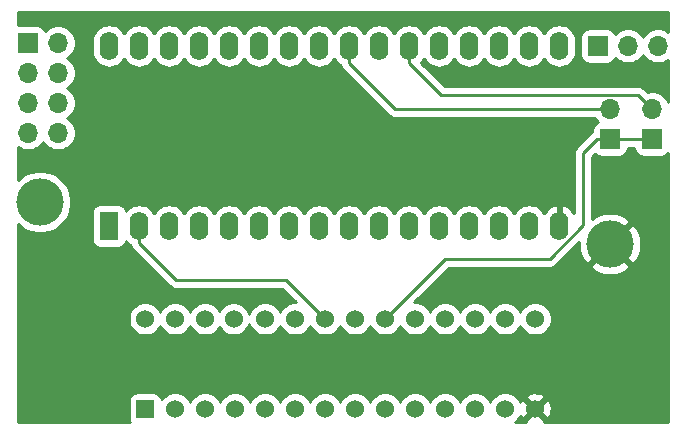
<source format=gbr>
G04 #@! TF.GenerationSoftware,KiCad,Pcbnew,(5.1.5-0-10_14)*
G04 #@! TF.CreationDate,2021-06-10T22:19:53-06:00*
G04 #@! TF.ProjectId,tc531000-tl866-adapter,74633533-3130-4303-902d-746c3836362d,rev?*
G04 #@! TF.SameCoordinates,Original*
G04 #@! TF.FileFunction,Copper,L2,Bot*
G04 #@! TF.FilePolarity,Positive*
%FSLAX46Y46*%
G04 Gerber Fmt 4.6, Leading zero omitted, Abs format (unit mm)*
G04 Created by KiCad (PCBNEW (5.1.5-0-10_14)) date 2021-06-10 22:19:53*
%MOMM*%
%LPD*%
G04 APERTURE LIST*
%ADD10O,1.700000X1.700000*%
%ADD11R,1.700000X1.700000*%
%ADD12O,1.600000X2.400000*%
%ADD13R,1.600000X2.400000*%
%ADD14C,1.524000*%
%ADD15R,1.524000X1.524000*%
%ADD16C,4.000000*%
%ADD17C,0.250000*%
%ADD18C,0.254000*%
G04 APERTURE END LIST*
D10*
X163576000Y-65532000D03*
X161036000Y-65532000D03*
D11*
X158496000Y-65532000D03*
D10*
X112776000Y-72898000D03*
X110236000Y-72898000D03*
X112776000Y-70358000D03*
X110236000Y-70358000D03*
X112776000Y-67818000D03*
X110236000Y-67818000D03*
X112776000Y-65278000D03*
D11*
X110236000Y-65278000D03*
D10*
X159512000Y-70866000D03*
D11*
X159512000Y-73406000D03*
D12*
X117094000Y-65532000D03*
X155194000Y-80772000D03*
X119634000Y-65532000D03*
X152654000Y-80772000D03*
X122174000Y-65532000D03*
X150114000Y-80772000D03*
X124714000Y-65532000D03*
X147574000Y-80772000D03*
X127254000Y-65532000D03*
X145034000Y-80772000D03*
X129794000Y-65532000D03*
X142494000Y-80772000D03*
X132334000Y-65532000D03*
X139954000Y-80772000D03*
X134874000Y-65532000D03*
X137414000Y-80772000D03*
X137414000Y-65532000D03*
X134874000Y-80772000D03*
X139954000Y-65532000D03*
X132334000Y-80772000D03*
X142494000Y-65532000D03*
X129794000Y-80772000D03*
X145034000Y-65532000D03*
X127254000Y-80772000D03*
X147574000Y-65532000D03*
X124714000Y-80772000D03*
X150114000Y-65532000D03*
X122174000Y-80772000D03*
X152654000Y-65532000D03*
X119634000Y-80772000D03*
X155194000Y-65532000D03*
D13*
X117094000Y-80772000D03*
D14*
X120142000Y-88646000D03*
X122682000Y-88646000D03*
X125222000Y-88646000D03*
X127635000Y-88646000D03*
X130302000Y-88646000D03*
X132842000Y-88646000D03*
X135382000Y-88646000D03*
X137922000Y-88646000D03*
X140462000Y-88646000D03*
X143002000Y-88646000D03*
X145542000Y-88646000D03*
X148082000Y-88646000D03*
X150622000Y-88646000D03*
X153162000Y-88646000D03*
X153162000Y-96266000D03*
X150622000Y-96266000D03*
X148082000Y-96266000D03*
X145542000Y-96266000D03*
X143002000Y-96266000D03*
X140462000Y-96266000D03*
X137922000Y-96266000D03*
X135382000Y-96266000D03*
X132842000Y-96266000D03*
X130302000Y-96266000D03*
X127762000Y-96266000D03*
X125222000Y-96266000D03*
X122682000Y-96266000D03*
D15*
X120142000Y-96266000D03*
D16*
X159512000Y-82296000D03*
X111252000Y-78740000D03*
D10*
X163068000Y-70866000D03*
D11*
X163068000Y-73406000D03*
D17*
X135382000Y-88646000D02*
X132080000Y-85344000D01*
X119634000Y-82222000D02*
X119634000Y-80772000D01*
X122756000Y-85344000D02*
X119634000Y-82222000D01*
X132080000Y-85344000D02*
X122756000Y-85344000D01*
X142494000Y-66982000D02*
X142494000Y-65532000D01*
X145202999Y-69690999D02*
X142494000Y-66982000D01*
X161892999Y-69690999D02*
X145202999Y-69690999D01*
X163068000Y-70866000D02*
X161892999Y-69690999D01*
X137414000Y-66982000D02*
X137414000Y-65532000D01*
X141298000Y-70866000D02*
X137414000Y-66982000D01*
X159512000Y-70866000D02*
X141298000Y-70866000D01*
X140462000Y-88646000D02*
X145542000Y-83566000D01*
X154391004Y-83566000D02*
X157226000Y-80731004D01*
X145542000Y-83566000D02*
X154391004Y-83566000D01*
X158412000Y-73406000D02*
X159512000Y-73406000D01*
X157226000Y-74592000D02*
X158412000Y-73406000D01*
X157226000Y-80731004D02*
X157226000Y-74592000D01*
X163068000Y-73406000D02*
X159512000Y-73406000D01*
D18*
G36*
X164440001Y-64323313D02*
G01*
X164279411Y-64216010D01*
X164009158Y-64104068D01*
X163722260Y-64047000D01*
X163429740Y-64047000D01*
X163142842Y-64104068D01*
X162872589Y-64216010D01*
X162629368Y-64378525D01*
X162422525Y-64585368D01*
X162306000Y-64759760D01*
X162189475Y-64585368D01*
X161982632Y-64378525D01*
X161739411Y-64216010D01*
X161469158Y-64104068D01*
X161182260Y-64047000D01*
X160889740Y-64047000D01*
X160602842Y-64104068D01*
X160332589Y-64216010D01*
X160089368Y-64378525D01*
X159957513Y-64510380D01*
X159935502Y-64437820D01*
X159876537Y-64327506D01*
X159797185Y-64230815D01*
X159700494Y-64151463D01*
X159590180Y-64092498D01*
X159470482Y-64056188D01*
X159346000Y-64043928D01*
X157646000Y-64043928D01*
X157521518Y-64056188D01*
X157401820Y-64092498D01*
X157291506Y-64151463D01*
X157194815Y-64230815D01*
X157115463Y-64327506D01*
X157056498Y-64437820D01*
X157020188Y-64557518D01*
X157007928Y-64682000D01*
X157007928Y-66382000D01*
X157020188Y-66506482D01*
X157056498Y-66626180D01*
X157115463Y-66736494D01*
X157194815Y-66833185D01*
X157291506Y-66912537D01*
X157401820Y-66971502D01*
X157521518Y-67007812D01*
X157646000Y-67020072D01*
X159346000Y-67020072D01*
X159470482Y-67007812D01*
X159590180Y-66971502D01*
X159700494Y-66912537D01*
X159797185Y-66833185D01*
X159876537Y-66736494D01*
X159935502Y-66626180D01*
X159957513Y-66553620D01*
X160089368Y-66685475D01*
X160332589Y-66847990D01*
X160602842Y-66959932D01*
X160889740Y-67017000D01*
X161182260Y-67017000D01*
X161469158Y-66959932D01*
X161739411Y-66847990D01*
X161982632Y-66685475D01*
X162189475Y-66478632D01*
X162306000Y-66304240D01*
X162422525Y-66478632D01*
X162629368Y-66685475D01*
X162872589Y-66847990D01*
X163142842Y-66959932D01*
X163429740Y-67017000D01*
X163722260Y-67017000D01*
X164009158Y-66959932D01*
X164279411Y-66847990D01*
X164440001Y-66740687D01*
X164440001Y-70297812D01*
X164383990Y-70162589D01*
X164221475Y-69919368D01*
X164014632Y-69712525D01*
X163771411Y-69550010D01*
X163501158Y-69438068D01*
X163214260Y-69381000D01*
X162921740Y-69381000D01*
X162701592Y-69424791D01*
X162456803Y-69180002D01*
X162433000Y-69150998D01*
X162317275Y-69056025D01*
X162185246Y-68985453D01*
X162041985Y-68941996D01*
X161930332Y-68930999D01*
X161930321Y-68930999D01*
X161892999Y-68927323D01*
X161855677Y-68930999D01*
X145517801Y-68930999D01*
X143524787Y-66937986D01*
X143692932Y-66733101D01*
X143764000Y-66600142D01*
X143835068Y-66733101D01*
X144014393Y-66951608D01*
X144232900Y-67130932D01*
X144482193Y-67264182D01*
X144752692Y-67346236D01*
X145034000Y-67373943D01*
X145315309Y-67346236D01*
X145585808Y-67264182D01*
X145835101Y-67130932D01*
X146053608Y-66951608D01*
X146232932Y-66733101D01*
X146304000Y-66600142D01*
X146375068Y-66733101D01*
X146554393Y-66951608D01*
X146772900Y-67130932D01*
X147022193Y-67264182D01*
X147292692Y-67346236D01*
X147574000Y-67373943D01*
X147855309Y-67346236D01*
X148125808Y-67264182D01*
X148375101Y-67130932D01*
X148593608Y-66951608D01*
X148772932Y-66733101D01*
X148844000Y-66600142D01*
X148915068Y-66733101D01*
X149094393Y-66951608D01*
X149312900Y-67130932D01*
X149562193Y-67264182D01*
X149832692Y-67346236D01*
X150114000Y-67373943D01*
X150395309Y-67346236D01*
X150665808Y-67264182D01*
X150915101Y-67130932D01*
X151133608Y-66951608D01*
X151312932Y-66733101D01*
X151384000Y-66600142D01*
X151455068Y-66733101D01*
X151634393Y-66951608D01*
X151852900Y-67130932D01*
X152102193Y-67264182D01*
X152372692Y-67346236D01*
X152654000Y-67373943D01*
X152935309Y-67346236D01*
X153205808Y-67264182D01*
X153455101Y-67130932D01*
X153673608Y-66951608D01*
X153852932Y-66733101D01*
X153924000Y-66600142D01*
X153995068Y-66733101D01*
X154174393Y-66951608D01*
X154392900Y-67130932D01*
X154642193Y-67264182D01*
X154912692Y-67346236D01*
X155194000Y-67373943D01*
X155475309Y-67346236D01*
X155745808Y-67264182D01*
X155995101Y-67130932D01*
X156213608Y-66951608D01*
X156392932Y-66733101D01*
X156526182Y-66483808D01*
X156608236Y-66213309D01*
X156629000Y-66002491D01*
X156629000Y-65061508D01*
X156608236Y-64850691D01*
X156526182Y-64580192D01*
X156392932Y-64330899D01*
X156213607Y-64112392D01*
X155995100Y-63933068D01*
X155745807Y-63799818D01*
X155475308Y-63717764D01*
X155194000Y-63690057D01*
X154912691Y-63717764D01*
X154642192Y-63799818D01*
X154392899Y-63933068D01*
X154174392Y-64112393D01*
X153995068Y-64330900D01*
X153924000Y-64463858D01*
X153852932Y-64330899D01*
X153673607Y-64112392D01*
X153455100Y-63933068D01*
X153205807Y-63799818D01*
X152935308Y-63717764D01*
X152654000Y-63690057D01*
X152372691Y-63717764D01*
X152102192Y-63799818D01*
X151852899Y-63933068D01*
X151634392Y-64112393D01*
X151455068Y-64330900D01*
X151384000Y-64463858D01*
X151312932Y-64330899D01*
X151133607Y-64112392D01*
X150915100Y-63933068D01*
X150665807Y-63799818D01*
X150395308Y-63717764D01*
X150114000Y-63690057D01*
X149832691Y-63717764D01*
X149562192Y-63799818D01*
X149312899Y-63933068D01*
X149094392Y-64112393D01*
X148915068Y-64330900D01*
X148844000Y-64463858D01*
X148772932Y-64330899D01*
X148593607Y-64112392D01*
X148375100Y-63933068D01*
X148125807Y-63799818D01*
X147855308Y-63717764D01*
X147574000Y-63690057D01*
X147292691Y-63717764D01*
X147022192Y-63799818D01*
X146772899Y-63933068D01*
X146554392Y-64112393D01*
X146375068Y-64330900D01*
X146304000Y-64463858D01*
X146232932Y-64330899D01*
X146053607Y-64112392D01*
X145835100Y-63933068D01*
X145585807Y-63799818D01*
X145315308Y-63717764D01*
X145034000Y-63690057D01*
X144752691Y-63717764D01*
X144482192Y-63799818D01*
X144232899Y-63933068D01*
X144014392Y-64112393D01*
X143835068Y-64330900D01*
X143764000Y-64463858D01*
X143692932Y-64330899D01*
X143513607Y-64112392D01*
X143295100Y-63933068D01*
X143045807Y-63799818D01*
X142775308Y-63717764D01*
X142494000Y-63690057D01*
X142212691Y-63717764D01*
X141942192Y-63799818D01*
X141692899Y-63933068D01*
X141474392Y-64112393D01*
X141295068Y-64330900D01*
X141224000Y-64463858D01*
X141152932Y-64330899D01*
X140973607Y-64112392D01*
X140755100Y-63933068D01*
X140505807Y-63799818D01*
X140235308Y-63717764D01*
X139954000Y-63690057D01*
X139672691Y-63717764D01*
X139402192Y-63799818D01*
X139152899Y-63933068D01*
X138934392Y-64112393D01*
X138755068Y-64330900D01*
X138684000Y-64463858D01*
X138612932Y-64330899D01*
X138433607Y-64112392D01*
X138215100Y-63933068D01*
X137965807Y-63799818D01*
X137695308Y-63717764D01*
X137414000Y-63690057D01*
X137132691Y-63717764D01*
X136862192Y-63799818D01*
X136612899Y-63933068D01*
X136394392Y-64112393D01*
X136215068Y-64330900D01*
X136144000Y-64463858D01*
X136072932Y-64330899D01*
X135893607Y-64112392D01*
X135675100Y-63933068D01*
X135425807Y-63799818D01*
X135155308Y-63717764D01*
X134874000Y-63690057D01*
X134592691Y-63717764D01*
X134322192Y-63799818D01*
X134072899Y-63933068D01*
X133854392Y-64112393D01*
X133675068Y-64330900D01*
X133604000Y-64463858D01*
X133532932Y-64330899D01*
X133353607Y-64112392D01*
X133135100Y-63933068D01*
X132885807Y-63799818D01*
X132615308Y-63717764D01*
X132334000Y-63690057D01*
X132052691Y-63717764D01*
X131782192Y-63799818D01*
X131532899Y-63933068D01*
X131314392Y-64112393D01*
X131135068Y-64330900D01*
X131064000Y-64463858D01*
X130992932Y-64330899D01*
X130813607Y-64112392D01*
X130595100Y-63933068D01*
X130345807Y-63799818D01*
X130075308Y-63717764D01*
X129794000Y-63690057D01*
X129512691Y-63717764D01*
X129242192Y-63799818D01*
X128992899Y-63933068D01*
X128774392Y-64112393D01*
X128595068Y-64330900D01*
X128524000Y-64463858D01*
X128452932Y-64330899D01*
X128273607Y-64112392D01*
X128055100Y-63933068D01*
X127805807Y-63799818D01*
X127535308Y-63717764D01*
X127254000Y-63690057D01*
X126972691Y-63717764D01*
X126702192Y-63799818D01*
X126452899Y-63933068D01*
X126234392Y-64112393D01*
X126055068Y-64330900D01*
X125984000Y-64463858D01*
X125912932Y-64330899D01*
X125733607Y-64112392D01*
X125515100Y-63933068D01*
X125265807Y-63799818D01*
X124995308Y-63717764D01*
X124714000Y-63690057D01*
X124432691Y-63717764D01*
X124162192Y-63799818D01*
X123912899Y-63933068D01*
X123694392Y-64112393D01*
X123515068Y-64330900D01*
X123444000Y-64463858D01*
X123372932Y-64330899D01*
X123193607Y-64112392D01*
X122975100Y-63933068D01*
X122725807Y-63799818D01*
X122455308Y-63717764D01*
X122174000Y-63690057D01*
X121892691Y-63717764D01*
X121622192Y-63799818D01*
X121372899Y-63933068D01*
X121154392Y-64112393D01*
X120975068Y-64330900D01*
X120904000Y-64463858D01*
X120832932Y-64330899D01*
X120653607Y-64112392D01*
X120435100Y-63933068D01*
X120185807Y-63799818D01*
X119915308Y-63717764D01*
X119634000Y-63690057D01*
X119352691Y-63717764D01*
X119082192Y-63799818D01*
X118832899Y-63933068D01*
X118614392Y-64112393D01*
X118435068Y-64330900D01*
X118364000Y-64463858D01*
X118292932Y-64330899D01*
X118113607Y-64112392D01*
X117895100Y-63933068D01*
X117645807Y-63799818D01*
X117375308Y-63717764D01*
X117094000Y-63690057D01*
X116812691Y-63717764D01*
X116542192Y-63799818D01*
X116292899Y-63933068D01*
X116074392Y-64112393D01*
X115895068Y-64330900D01*
X115761818Y-64580193D01*
X115679764Y-64850692D01*
X115659000Y-65061509D01*
X115659000Y-66002492D01*
X115679764Y-66213309D01*
X115761818Y-66483808D01*
X115895068Y-66733101D01*
X116074393Y-66951608D01*
X116292900Y-67130932D01*
X116542193Y-67264182D01*
X116812692Y-67346236D01*
X117094000Y-67373943D01*
X117375309Y-67346236D01*
X117645808Y-67264182D01*
X117895101Y-67130932D01*
X118113608Y-66951608D01*
X118292932Y-66733101D01*
X118364000Y-66600142D01*
X118435068Y-66733101D01*
X118614393Y-66951608D01*
X118832900Y-67130932D01*
X119082193Y-67264182D01*
X119352692Y-67346236D01*
X119634000Y-67373943D01*
X119915309Y-67346236D01*
X120185808Y-67264182D01*
X120435101Y-67130932D01*
X120653608Y-66951608D01*
X120832932Y-66733101D01*
X120904000Y-66600142D01*
X120975068Y-66733101D01*
X121154393Y-66951608D01*
X121372900Y-67130932D01*
X121622193Y-67264182D01*
X121892692Y-67346236D01*
X122174000Y-67373943D01*
X122455309Y-67346236D01*
X122725808Y-67264182D01*
X122975101Y-67130932D01*
X123193608Y-66951608D01*
X123372932Y-66733101D01*
X123444000Y-66600142D01*
X123515068Y-66733101D01*
X123694393Y-66951608D01*
X123912900Y-67130932D01*
X124162193Y-67264182D01*
X124432692Y-67346236D01*
X124714000Y-67373943D01*
X124995309Y-67346236D01*
X125265808Y-67264182D01*
X125515101Y-67130932D01*
X125733608Y-66951608D01*
X125912932Y-66733101D01*
X125984000Y-66600142D01*
X126055068Y-66733101D01*
X126234393Y-66951608D01*
X126452900Y-67130932D01*
X126702193Y-67264182D01*
X126972692Y-67346236D01*
X127254000Y-67373943D01*
X127535309Y-67346236D01*
X127805808Y-67264182D01*
X128055101Y-67130932D01*
X128273608Y-66951608D01*
X128452932Y-66733101D01*
X128524000Y-66600142D01*
X128595068Y-66733101D01*
X128774393Y-66951608D01*
X128992900Y-67130932D01*
X129242193Y-67264182D01*
X129512692Y-67346236D01*
X129794000Y-67373943D01*
X130075309Y-67346236D01*
X130345808Y-67264182D01*
X130595101Y-67130932D01*
X130813608Y-66951608D01*
X130992932Y-66733101D01*
X131064000Y-66600142D01*
X131135068Y-66733101D01*
X131314393Y-66951608D01*
X131532900Y-67130932D01*
X131782193Y-67264182D01*
X132052692Y-67346236D01*
X132334000Y-67373943D01*
X132615309Y-67346236D01*
X132885808Y-67264182D01*
X133135101Y-67130932D01*
X133353608Y-66951608D01*
X133532932Y-66733101D01*
X133604000Y-66600142D01*
X133675068Y-66733101D01*
X133854393Y-66951608D01*
X134072900Y-67130932D01*
X134322193Y-67264182D01*
X134592692Y-67346236D01*
X134874000Y-67373943D01*
X135155309Y-67346236D01*
X135425808Y-67264182D01*
X135675101Y-67130932D01*
X135893608Y-66951608D01*
X136072932Y-66733101D01*
X136144000Y-66600142D01*
X136215068Y-66733101D01*
X136394393Y-66951608D01*
X136612900Y-67130932D01*
X136675059Y-67164157D01*
X136705401Y-67264182D01*
X136708454Y-67274246D01*
X136779026Y-67406276D01*
X136818871Y-67454826D01*
X136873999Y-67522001D01*
X136903003Y-67545804D01*
X140734205Y-71377008D01*
X140757999Y-71406001D01*
X140786992Y-71429795D01*
X140786996Y-71429799D01*
X140836065Y-71470068D01*
X140873724Y-71500974D01*
X141005753Y-71571546D01*
X141149014Y-71615003D01*
X141260667Y-71626000D01*
X141260676Y-71626000D01*
X141297999Y-71629676D01*
X141335322Y-71626000D01*
X158233822Y-71626000D01*
X158358525Y-71812632D01*
X158490380Y-71944487D01*
X158417820Y-71966498D01*
X158307506Y-72025463D01*
X158210815Y-72104815D01*
X158131463Y-72201506D01*
X158072498Y-72311820D01*
X158036188Y-72431518D01*
X158023928Y-72556000D01*
X158023928Y-72751674D01*
X157987724Y-72771026D01*
X157871999Y-72865999D01*
X157848201Y-72894997D01*
X156714998Y-74028201D01*
X156686000Y-74051999D01*
X156662202Y-74080997D01*
X156662201Y-74080998D01*
X156591026Y-74167724D01*
X156520454Y-74299754D01*
X156476998Y-74443015D01*
X156462324Y-74592000D01*
X156466001Y-74629332D01*
X156466000Y-79697618D01*
X156316601Y-79469161D01*
X156118895Y-79267500D01*
X155885646Y-79108285D01*
X155625818Y-78997633D01*
X155543039Y-78980096D01*
X155321000Y-79102085D01*
X155321000Y-80645000D01*
X155341000Y-80645000D01*
X155341000Y-80899000D01*
X155321000Y-80899000D01*
X155321000Y-80919000D01*
X155067000Y-80919000D01*
X155067000Y-80899000D01*
X155047000Y-80899000D01*
X155047000Y-80645000D01*
X155067000Y-80645000D01*
X155067000Y-79102085D01*
X154844961Y-78980096D01*
X154762182Y-78997633D01*
X154502354Y-79108285D01*
X154269105Y-79267500D01*
X154071399Y-79469161D01*
X153921265Y-79698741D01*
X153852932Y-79570899D01*
X153673607Y-79352392D01*
X153455100Y-79173068D01*
X153205807Y-79039818D01*
X152935308Y-78957764D01*
X152654000Y-78930057D01*
X152372691Y-78957764D01*
X152102192Y-79039818D01*
X151852899Y-79173068D01*
X151634392Y-79352393D01*
X151455068Y-79570900D01*
X151384000Y-79703858D01*
X151312932Y-79570899D01*
X151133607Y-79352392D01*
X150915100Y-79173068D01*
X150665807Y-79039818D01*
X150395308Y-78957764D01*
X150114000Y-78930057D01*
X149832691Y-78957764D01*
X149562192Y-79039818D01*
X149312899Y-79173068D01*
X149094392Y-79352393D01*
X148915068Y-79570900D01*
X148844000Y-79703858D01*
X148772932Y-79570899D01*
X148593607Y-79352392D01*
X148375100Y-79173068D01*
X148125807Y-79039818D01*
X147855308Y-78957764D01*
X147574000Y-78930057D01*
X147292691Y-78957764D01*
X147022192Y-79039818D01*
X146772899Y-79173068D01*
X146554392Y-79352393D01*
X146375068Y-79570900D01*
X146304000Y-79703858D01*
X146232932Y-79570899D01*
X146053607Y-79352392D01*
X145835100Y-79173068D01*
X145585807Y-79039818D01*
X145315308Y-78957764D01*
X145034000Y-78930057D01*
X144752691Y-78957764D01*
X144482192Y-79039818D01*
X144232899Y-79173068D01*
X144014392Y-79352393D01*
X143835068Y-79570900D01*
X143764000Y-79703858D01*
X143692932Y-79570899D01*
X143513607Y-79352392D01*
X143295100Y-79173068D01*
X143045807Y-79039818D01*
X142775308Y-78957764D01*
X142494000Y-78930057D01*
X142212691Y-78957764D01*
X141942192Y-79039818D01*
X141692899Y-79173068D01*
X141474392Y-79352393D01*
X141295068Y-79570900D01*
X141224000Y-79703858D01*
X141152932Y-79570899D01*
X140973607Y-79352392D01*
X140755100Y-79173068D01*
X140505807Y-79039818D01*
X140235308Y-78957764D01*
X139954000Y-78930057D01*
X139672691Y-78957764D01*
X139402192Y-79039818D01*
X139152899Y-79173068D01*
X138934392Y-79352393D01*
X138755068Y-79570900D01*
X138684000Y-79703858D01*
X138612932Y-79570899D01*
X138433607Y-79352392D01*
X138215100Y-79173068D01*
X137965807Y-79039818D01*
X137695308Y-78957764D01*
X137414000Y-78930057D01*
X137132691Y-78957764D01*
X136862192Y-79039818D01*
X136612899Y-79173068D01*
X136394392Y-79352393D01*
X136215068Y-79570900D01*
X136144000Y-79703858D01*
X136072932Y-79570899D01*
X135893607Y-79352392D01*
X135675100Y-79173068D01*
X135425807Y-79039818D01*
X135155308Y-78957764D01*
X134874000Y-78930057D01*
X134592691Y-78957764D01*
X134322192Y-79039818D01*
X134072899Y-79173068D01*
X133854392Y-79352393D01*
X133675068Y-79570900D01*
X133604000Y-79703858D01*
X133532932Y-79570899D01*
X133353607Y-79352392D01*
X133135100Y-79173068D01*
X132885807Y-79039818D01*
X132615308Y-78957764D01*
X132334000Y-78930057D01*
X132052691Y-78957764D01*
X131782192Y-79039818D01*
X131532899Y-79173068D01*
X131314392Y-79352393D01*
X131135068Y-79570900D01*
X131064000Y-79703858D01*
X130992932Y-79570899D01*
X130813607Y-79352392D01*
X130595100Y-79173068D01*
X130345807Y-79039818D01*
X130075308Y-78957764D01*
X129794000Y-78930057D01*
X129512691Y-78957764D01*
X129242192Y-79039818D01*
X128992899Y-79173068D01*
X128774392Y-79352393D01*
X128595068Y-79570900D01*
X128524000Y-79703858D01*
X128452932Y-79570899D01*
X128273607Y-79352392D01*
X128055100Y-79173068D01*
X127805807Y-79039818D01*
X127535308Y-78957764D01*
X127254000Y-78930057D01*
X126972691Y-78957764D01*
X126702192Y-79039818D01*
X126452899Y-79173068D01*
X126234392Y-79352393D01*
X126055068Y-79570900D01*
X125984000Y-79703858D01*
X125912932Y-79570899D01*
X125733607Y-79352392D01*
X125515100Y-79173068D01*
X125265807Y-79039818D01*
X124995308Y-78957764D01*
X124714000Y-78930057D01*
X124432691Y-78957764D01*
X124162192Y-79039818D01*
X123912899Y-79173068D01*
X123694392Y-79352393D01*
X123515068Y-79570900D01*
X123444000Y-79703858D01*
X123372932Y-79570899D01*
X123193607Y-79352392D01*
X122975100Y-79173068D01*
X122725807Y-79039818D01*
X122455308Y-78957764D01*
X122174000Y-78930057D01*
X121892691Y-78957764D01*
X121622192Y-79039818D01*
X121372899Y-79173068D01*
X121154392Y-79352393D01*
X120975068Y-79570900D01*
X120904000Y-79703858D01*
X120832932Y-79570899D01*
X120653607Y-79352392D01*
X120435100Y-79173068D01*
X120185807Y-79039818D01*
X119915308Y-78957764D01*
X119634000Y-78930057D01*
X119352691Y-78957764D01*
X119082192Y-79039818D01*
X118832899Y-79173068D01*
X118614392Y-79352393D01*
X118521581Y-79465483D01*
X118519812Y-79447518D01*
X118483502Y-79327820D01*
X118424537Y-79217506D01*
X118345185Y-79120815D01*
X118248494Y-79041463D01*
X118138180Y-78982498D01*
X118018482Y-78946188D01*
X117894000Y-78933928D01*
X116294000Y-78933928D01*
X116169518Y-78946188D01*
X116049820Y-78982498D01*
X115939506Y-79041463D01*
X115842815Y-79120815D01*
X115763463Y-79217506D01*
X115704498Y-79327820D01*
X115668188Y-79447518D01*
X115655928Y-79572000D01*
X115655928Y-81972000D01*
X115668188Y-82096482D01*
X115704498Y-82216180D01*
X115763463Y-82326494D01*
X115842815Y-82423185D01*
X115939506Y-82502537D01*
X116049820Y-82561502D01*
X116169518Y-82597812D01*
X116294000Y-82610072D01*
X117894000Y-82610072D01*
X118018482Y-82597812D01*
X118138180Y-82561502D01*
X118248494Y-82502537D01*
X118345185Y-82423185D01*
X118424537Y-82326494D01*
X118483502Y-82216180D01*
X118519812Y-82096482D01*
X118521581Y-82078517D01*
X118614393Y-82191608D01*
X118832900Y-82370932D01*
X118895059Y-82404157D01*
X118916733Y-82475605D01*
X118928454Y-82514246D01*
X118999026Y-82646276D01*
X119038871Y-82694826D01*
X119093999Y-82762001D01*
X119123003Y-82785804D01*
X122192200Y-85855002D01*
X122215999Y-85884001D01*
X122331724Y-85978974D01*
X122463753Y-86049546D01*
X122607014Y-86093003D01*
X122718667Y-86104000D01*
X122718675Y-86104000D01*
X122756000Y-86107676D01*
X122793325Y-86104000D01*
X131765199Y-86104000D01*
X132910199Y-87249000D01*
X132704408Y-87249000D01*
X132434510Y-87302686D01*
X132180273Y-87407995D01*
X131951465Y-87560880D01*
X131756880Y-87755465D01*
X131603995Y-87984273D01*
X131572000Y-88061515D01*
X131540005Y-87984273D01*
X131387120Y-87755465D01*
X131192535Y-87560880D01*
X130963727Y-87407995D01*
X130709490Y-87302686D01*
X130439592Y-87249000D01*
X130164408Y-87249000D01*
X129894510Y-87302686D01*
X129640273Y-87407995D01*
X129411465Y-87560880D01*
X129216880Y-87755465D01*
X129063995Y-87984273D01*
X128968500Y-88214817D01*
X128873005Y-87984273D01*
X128720120Y-87755465D01*
X128525535Y-87560880D01*
X128296727Y-87407995D01*
X128042490Y-87302686D01*
X127772592Y-87249000D01*
X127497408Y-87249000D01*
X127227510Y-87302686D01*
X126973273Y-87407995D01*
X126744465Y-87560880D01*
X126549880Y-87755465D01*
X126428500Y-87937123D01*
X126307120Y-87755465D01*
X126112535Y-87560880D01*
X125883727Y-87407995D01*
X125629490Y-87302686D01*
X125359592Y-87249000D01*
X125084408Y-87249000D01*
X124814510Y-87302686D01*
X124560273Y-87407995D01*
X124331465Y-87560880D01*
X124136880Y-87755465D01*
X123983995Y-87984273D01*
X123952000Y-88061515D01*
X123920005Y-87984273D01*
X123767120Y-87755465D01*
X123572535Y-87560880D01*
X123343727Y-87407995D01*
X123089490Y-87302686D01*
X122819592Y-87249000D01*
X122544408Y-87249000D01*
X122274510Y-87302686D01*
X122020273Y-87407995D01*
X121791465Y-87560880D01*
X121596880Y-87755465D01*
X121443995Y-87984273D01*
X121412000Y-88061515D01*
X121380005Y-87984273D01*
X121227120Y-87755465D01*
X121032535Y-87560880D01*
X120803727Y-87407995D01*
X120549490Y-87302686D01*
X120279592Y-87249000D01*
X120004408Y-87249000D01*
X119734510Y-87302686D01*
X119480273Y-87407995D01*
X119251465Y-87560880D01*
X119056880Y-87755465D01*
X118903995Y-87984273D01*
X118798686Y-88238510D01*
X118745000Y-88508408D01*
X118745000Y-88783592D01*
X118798686Y-89053490D01*
X118903995Y-89307727D01*
X119056880Y-89536535D01*
X119251465Y-89731120D01*
X119480273Y-89884005D01*
X119734510Y-89989314D01*
X120004408Y-90043000D01*
X120279592Y-90043000D01*
X120549490Y-89989314D01*
X120803727Y-89884005D01*
X121032535Y-89731120D01*
X121227120Y-89536535D01*
X121380005Y-89307727D01*
X121412000Y-89230485D01*
X121443995Y-89307727D01*
X121596880Y-89536535D01*
X121791465Y-89731120D01*
X122020273Y-89884005D01*
X122274510Y-89989314D01*
X122544408Y-90043000D01*
X122819592Y-90043000D01*
X123089490Y-89989314D01*
X123343727Y-89884005D01*
X123572535Y-89731120D01*
X123767120Y-89536535D01*
X123920005Y-89307727D01*
X123952000Y-89230485D01*
X123983995Y-89307727D01*
X124136880Y-89536535D01*
X124331465Y-89731120D01*
X124560273Y-89884005D01*
X124814510Y-89989314D01*
X125084408Y-90043000D01*
X125359592Y-90043000D01*
X125629490Y-89989314D01*
X125883727Y-89884005D01*
X126112535Y-89731120D01*
X126307120Y-89536535D01*
X126428500Y-89354877D01*
X126549880Y-89536535D01*
X126744465Y-89731120D01*
X126973273Y-89884005D01*
X127227510Y-89989314D01*
X127497408Y-90043000D01*
X127772592Y-90043000D01*
X128042490Y-89989314D01*
X128296727Y-89884005D01*
X128525535Y-89731120D01*
X128720120Y-89536535D01*
X128873005Y-89307727D01*
X128968500Y-89077183D01*
X129063995Y-89307727D01*
X129216880Y-89536535D01*
X129411465Y-89731120D01*
X129640273Y-89884005D01*
X129894510Y-89989314D01*
X130164408Y-90043000D01*
X130439592Y-90043000D01*
X130709490Y-89989314D01*
X130963727Y-89884005D01*
X131192535Y-89731120D01*
X131387120Y-89536535D01*
X131540005Y-89307727D01*
X131572000Y-89230485D01*
X131603995Y-89307727D01*
X131756880Y-89536535D01*
X131951465Y-89731120D01*
X132180273Y-89884005D01*
X132434510Y-89989314D01*
X132704408Y-90043000D01*
X132979592Y-90043000D01*
X133249490Y-89989314D01*
X133503727Y-89884005D01*
X133732535Y-89731120D01*
X133927120Y-89536535D01*
X134080005Y-89307727D01*
X134112000Y-89230485D01*
X134143995Y-89307727D01*
X134296880Y-89536535D01*
X134491465Y-89731120D01*
X134720273Y-89884005D01*
X134974510Y-89989314D01*
X135244408Y-90043000D01*
X135519592Y-90043000D01*
X135789490Y-89989314D01*
X136043727Y-89884005D01*
X136272535Y-89731120D01*
X136467120Y-89536535D01*
X136620005Y-89307727D01*
X136652000Y-89230485D01*
X136683995Y-89307727D01*
X136836880Y-89536535D01*
X137031465Y-89731120D01*
X137260273Y-89884005D01*
X137514510Y-89989314D01*
X137784408Y-90043000D01*
X138059592Y-90043000D01*
X138329490Y-89989314D01*
X138583727Y-89884005D01*
X138812535Y-89731120D01*
X139007120Y-89536535D01*
X139160005Y-89307727D01*
X139192000Y-89230485D01*
X139223995Y-89307727D01*
X139376880Y-89536535D01*
X139571465Y-89731120D01*
X139800273Y-89884005D01*
X140054510Y-89989314D01*
X140324408Y-90043000D01*
X140599592Y-90043000D01*
X140869490Y-89989314D01*
X141123727Y-89884005D01*
X141352535Y-89731120D01*
X141547120Y-89536535D01*
X141700005Y-89307727D01*
X141732000Y-89230485D01*
X141763995Y-89307727D01*
X141916880Y-89536535D01*
X142111465Y-89731120D01*
X142340273Y-89884005D01*
X142594510Y-89989314D01*
X142864408Y-90043000D01*
X143139592Y-90043000D01*
X143409490Y-89989314D01*
X143663727Y-89884005D01*
X143892535Y-89731120D01*
X144087120Y-89536535D01*
X144240005Y-89307727D01*
X144272000Y-89230485D01*
X144303995Y-89307727D01*
X144456880Y-89536535D01*
X144651465Y-89731120D01*
X144880273Y-89884005D01*
X145134510Y-89989314D01*
X145404408Y-90043000D01*
X145679592Y-90043000D01*
X145949490Y-89989314D01*
X146203727Y-89884005D01*
X146432535Y-89731120D01*
X146627120Y-89536535D01*
X146780005Y-89307727D01*
X146812000Y-89230485D01*
X146843995Y-89307727D01*
X146996880Y-89536535D01*
X147191465Y-89731120D01*
X147420273Y-89884005D01*
X147674510Y-89989314D01*
X147944408Y-90043000D01*
X148219592Y-90043000D01*
X148489490Y-89989314D01*
X148743727Y-89884005D01*
X148972535Y-89731120D01*
X149167120Y-89536535D01*
X149320005Y-89307727D01*
X149352000Y-89230485D01*
X149383995Y-89307727D01*
X149536880Y-89536535D01*
X149731465Y-89731120D01*
X149960273Y-89884005D01*
X150214510Y-89989314D01*
X150484408Y-90043000D01*
X150759592Y-90043000D01*
X151029490Y-89989314D01*
X151283727Y-89884005D01*
X151512535Y-89731120D01*
X151707120Y-89536535D01*
X151860005Y-89307727D01*
X151892000Y-89230485D01*
X151923995Y-89307727D01*
X152076880Y-89536535D01*
X152271465Y-89731120D01*
X152500273Y-89884005D01*
X152754510Y-89989314D01*
X153024408Y-90043000D01*
X153299592Y-90043000D01*
X153569490Y-89989314D01*
X153823727Y-89884005D01*
X154052535Y-89731120D01*
X154247120Y-89536535D01*
X154400005Y-89307727D01*
X154505314Y-89053490D01*
X154559000Y-88783592D01*
X154559000Y-88508408D01*
X154505314Y-88238510D01*
X154400005Y-87984273D01*
X154247120Y-87755465D01*
X154052535Y-87560880D01*
X153823727Y-87407995D01*
X153569490Y-87302686D01*
X153299592Y-87249000D01*
X153024408Y-87249000D01*
X152754510Y-87302686D01*
X152500273Y-87407995D01*
X152271465Y-87560880D01*
X152076880Y-87755465D01*
X151923995Y-87984273D01*
X151892000Y-88061515D01*
X151860005Y-87984273D01*
X151707120Y-87755465D01*
X151512535Y-87560880D01*
X151283727Y-87407995D01*
X151029490Y-87302686D01*
X150759592Y-87249000D01*
X150484408Y-87249000D01*
X150214510Y-87302686D01*
X149960273Y-87407995D01*
X149731465Y-87560880D01*
X149536880Y-87755465D01*
X149383995Y-87984273D01*
X149352000Y-88061515D01*
X149320005Y-87984273D01*
X149167120Y-87755465D01*
X148972535Y-87560880D01*
X148743727Y-87407995D01*
X148489490Y-87302686D01*
X148219592Y-87249000D01*
X147944408Y-87249000D01*
X147674510Y-87302686D01*
X147420273Y-87407995D01*
X147191465Y-87560880D01*
X146996880Y-87755465D01*
X146843995Y-87984273D01*
X146812000Y-88061515D01*
X146780005Y-87984273D01*
X146627120Y-87755465D01*
X146432535Y-87560880D01*
X146203727Y-87407995D01*
X145949490Y-87302686D01*
X145679592Y-87249000D01*
X145404408Y-87249000D01*
X145134510Y-87302686D01*
X144880273Y-87407995D01*
X144651465Y-87560880D01*
X144456880Y-87755465D01*
X144303995Y-87984273D01*
X144272000Y-88061515D01*
X144240005Y-87984273D01*
X144087120Y-87755465D01*
X143892535Y-87560880D01*
X143663727Y-87407995D01*
X143409490Y-87302686D01*
X143139592Y-87249000D01*
X142933801Y-87249000D01*
X145856802Y-84326000D01*
X154353682Y-84326000D01*
X154391004Y-84329676D01*
X154428326Y-84326000D01*
X154428337Y-84326000D01*
X154539990Y-84315003D01*
X154683251Y-84271546D01*
X154815280Y-84200974D01*
X154885313Y-84143499D01*
X157844106Y-84143499D01*
X158060228Y-84510258D01*
X158520105Y-84750938D01*
X159018098Y-84897275D01*
X159535071Y-84943648D01*
X160051159Y-84888273D01*
X160546526Y-84733279D01*
X160963772Y-84510258D01*
X161179894Y-84143499D01*
X159512000Y-82475605D01*
X157844106Y-84143499D01*
X154885313Y-84143499D01*
X154931005Y-84106001D01*
X154954808Y-84076997D01*
X156879292Y-82152513D01*
X156864352Y-82319071D01*
X156919727Y-82835159D01*
X157074721Y-83330526D01*
X157297742Y-83747772D01*
X157664501Y-83963894D01*
X159332395Y-82296000D01*
X159691605Y-82296000D01*
X161359499Y-83963894D01*
X161726258Y-83747772D01*
X161966938Y-83287895D01*
X162113275Y-82789902D01*
X162159648Y-82272929D01*
X162104273Y-81756841D01*
X161949279Y-81261474D01*
X161726258Y-80844228D01*
X161359499Y-80628106D01*
X159691605Y-82296000D01*
X159332395Y-82296000D01*
X159318253Y-82281858D01*
X159497858Y-82102253D01*
X159512000Y-82116395D01*
X161179894Y-80448501D01*
X160963772Y-80081742D01*
X160503895Y-79841062D01*
X160005902Y-79694725D01*
X159488929Y-79648352D01*
X158972841Y-79703727D01*
X158477474Y-79858721D01*
X158060228Y-80081742D01*
X157986000Y-80207707D01*
X157986000Y-74906801D01*
X158199457Y-74693345D01*
X158210815Y-74707185D01*
X158307506Y-74786537D01*
X158417820Y-74845502D01*
X158537518Y-74881812D01*
X158662000Y-74894072D01*
X160362000Y-74894072D01*
X160486482Y-74881812D01*
X160606180Y-74845502D01*
X160716494Y-74786537D01*
X160813185Y-74707185D01*
X160892537Y-74610494D01*
X160951502Y-74500180D01*
X160987812Y-74380482D01*
X161000072Y-74256000D01*
X161000072Y-74166000D01*
X161579928Y-74166000D01*
X161579928Y-74256000D01*
X161592188Y-74380482D01*
X161628498Y-74500180D01*
X161687463Y-74610494D01*
X161766815Y-74707185D01*
X161863506Y-74786537D01*
X161973820Y-74845502D01*
X162093518Y-74881812D01*
X162218000Y-74894072D01*
X163918000Y-74894072D01*
X164042482Y-74881812D01*
X164162180Y-74845502D01*
X164272494Y-74786537D01*
X164369185Y-74707185D01*
X164440001Y-74620896D01*
X164440000Y-97384000D01*
X153905434Y-97384000D01*
X153947960Y-97231565D01*
X153162000Y-96445605D01*
X152376040Y-97231565D01*
X152418566Y-97384000D01*
X151463327Y-97384000D01*
X151512535Y-97351120D01*
X151707120Y-97156535D01*
X151860005Y-96927727D01*
X151889692Y-96856057D01*
X151894364Y-96869023D01*
X151956344Y-96984980D01*
X152196435Y-97051960D01*
X152982395Y-96266000D01*
X153341605Y-96266000D01*
X154127565Y-97051960D01*
X154367656Y-96984980D01*
X154484756Y-96735952D01*
X154551023Y-96468865D01*
X154563910Y-96193983D01*
X154522922Y-95921867D01*
X154429636Y-95662977D01*
X154367656Y-95547020D01*
X154127565Y-95480040D01*
X153341605Y-96266000D01*
X152982395Y-96266000D01*
X152196435Y-95480040D01*
X151956344Y-95547020D01*
X151892515Y-95682760D01*
X151860005Y-95604273D01*
X151707120Y-95375465D01*
X151632090Y-95300435D01*
X152376040Y-95300435D01*
X153162000Y-96086395D01*
X153947960Y-95300435D01*
X153880980Y-95060344D01*
X153631952Y-94943244D01*
X153364865Y-94876977D01*
X153089983Y-94864090D01*
X152817867Y-94905078D01*
X152558977Y-94998364D01*
X152443020Y-95060344D01*
X152376040Y-95300435D01*
X151632090Y-95300435D01*
X151512535Y-95180880D01*
X151283727Y-95027995D01*
X151029490Y-94922686D01*
X150759592Y-94869000D01*
X150484408Y-94869000D01*
X150214510Y-94922686D01*
X149960273Y-95027995D01*
X149731465Y-95180880D01*
X149536880Y-95375465D01*
X149383995Y-95604273D01*
X149352000Y-95681515D01*
X149320005Y-95604273D01*
X149167120Y-95375465D01*
X148972535Y-95180880D01*
X148743727Y-95027995D01*
X148489490Y-94922686D01*
X148219592Y-94869000D01*
X147944408Y-94869000D01*
X147674510Y-94922686D01*
X147420273Y-95027995D01*
X147191465Y-95180880D01*
X146996880Y-95375465D01*
X146843995Y-95604273D01*
X146812000Y-95681515D01*
X146780005Y-95604273D01*
X146627120Y-95375465D01*
X146432535Y-95180880D01*
X146203727Y-95027995D01*
X145949490Y-94922686D01*
X145679592Y-94869000D01*
X145404408Y-94869000D01*
X145134510Y-94922686D01*
X144880273Y-95027995D01*
X144651465Y-95180880D01*
X144456880Y-95375465D01*
X144303995Y-95604273D01*
X144272000Y-95681515D01*
X144240005Y-95604273D01*
X144087120Y-95375465D01*
X143892535Y-95180880D01*
X143663727Y-95027995D01*
X143409490Y-94922686D01*
X143139592Y-94869000D01*
X142864408Y-94869000D01*
X142594510Y-94922686D01*
X142340273Y-95027995D01*
X142111465Y-95180880D01*
X141916880Y-95375465D01*
X141763995Y-95604273D01*
X141732000Y-95681515D01*
X141700005Y-95604273D01*
X141547120Y-95375465D01*
X141352535Y-95180880D01*
X141123727Y-95027995D01*
X140869490Y-94922686D01*
X140599592Y-94869000D01*
X140324408Y-94869000D01*
X140054510Y-94922686D01*
X139800273Y-95027995D01*
X139571465Y-95180880D01*
X139376880Y-95375465D01*
X139223995Y-95604273D01*
X139192000Y-95681515D01*
X139160005Y-95604273D01*
X139007120Y-95375465D01*
X138812535Y-95180880D01*
X138583727Y-95027995D01*
X138329490Y-94922686D01*
X138059592Y-94869000D01*
X137784408Y-94869000D01*
X137514510Y-94922686D01*
X137260273Y-95027995D01*
X137031465Y-95180880D01*
X136836880Y-95375465D01*
X136683995Y-95604273D01*
X136652000Y-95681515D01*
X136620005Y-95604273D01*
X136467120Y-95375465D01*
X136272535Y-95180880D01*
X136043727Y-95027995D01*
X135789490Y-94922686D01*
X135519592Y-94869000D01*
X135244408Y-94869000D01*
X134974510Y-94922686D01*
X134720273Y-95027995D01*
X134491465Y-95180880D01*
X134296880Y-95375465D01*
X134143995Y-95604273D01*
X134112000Y-95681515D01*
X134080005Y-95604273D01*
X133927120Y-95375465D01*
X133732535Y-95180880D01*
X133503727Y-95027995D01*
X133249490Y-94922686D01*
X132979592Y-94869000D01*
X132704408Y-94869000D01*
X132434510Y-94922686D01*
X132180273Y-95027995D01*
X131951465Y-95180880D01*
X131756880Y-95375465D01*
X131603995Y-95604273D01*
X131572000Y-95681515D01*
X131540005Y-95604273D01*
X131387120Y-95375465D01*
X131192535Y-95180880D01*
X130963727Y-95027995D01*
X130709490Y-94922686D01*
X130439592Y-94869000D01*
X130164408Y-94869000D01*
X129894510Y-94922686D01*
X129640273Y-95027995D01*
X129411465Y-95180880D01*
X129216880Y-95375465D01*
X129063995Y-95604273D01*
X129032000Y-95681515D01*
X129000005Y-95604273D01*
X128847120Y-95375465D01*
X128652535Y-95180880D01*
X128423727Y-95027995D01*
X128169490Y-94922686D01*
X127899592Y-94869000D01*
X127624408Y-94869000D01*
X127354510Y-94922686D01*
X127100273Y-95027995D01*
X126871465Y-95180880D01*
X126676880Y-95375465D01*
X126523995Y-95604273D01*
X126492000Y-95681515D01*
X126460005Y-95604273D01*
X126307120Y-95375465D01*
X126112535Y-95180880D01*
X125883727Y-95027995D01*
X125629490Y-94922686D01*
X125359592Y-94869000D01*
X125084408Y-94869000D01*
X124814510Y-94922686D01*
X124560273Y-95027995D01*
X124331465Y-95180880D01*
X124136880Y-95375465D01*
X123983995Y-95604273D01*
X123952000Y-95681515D01*
X123920005Y-95604273D01*
X123767120Y-95375465D01*
X123572535Y-95180880D01*
X123343727Y-95027995D01*
X123089490Y-94922686D01*
X122819592Y-94869000D01*
X122544408Y-94869000D01*
X122274510Y-94922686D01*
X122020273Y-95027995D01*
X121791465Y-95180880D01*
X121596880Y-95375465D01*
X121538080Y-95463465D01*
X121529812Y-95379518D01*
X121493502Y-95259820D01*
X121434537Y-95149506D01*
X121355185Y-95052815D01*
X121258494Y-94973463D01*
X121148180Y-94914498D01*
X121028482Y-94878188D01*
X120904000Y-94865928D01*
X119380000Y-94865928D01*
X119255518Y-94878188D01*
X119135820Y-94914498D01*
X119025506Y-94973463D01*
X118928815Y-95052815D01*
X118849463Y-95149506D01*
X118790498Y-95259820D01*
X118754188Y-95379518D01*
X118741928Y-95504000D01*
X118741928Y-97028000D01*
X118754188Y-97152482D01*
X118790498Y-97272180D01*
X118849463Y-97382494D01*
X118850699Y-97384000D01*
X109372000Y-97384000D01*
X109372000Y-80586453D01*
X109572285Y-80786738D01*
X110003859Y-81075107D01*
X110483399Y-81273739D01*
X110992475Y-81375000D01*
X111511525Y-81375000D01*
X112020601Y-81273739D01*
X112500141Y-81075107D01*
X112931715Y-80786738D01*
X113298738Y-80419715D01*
X113587107Y-79988141D01*
X113785739Y-79508601D01*
X113887000Y-78999525D01*
X113887000Y-78480475D01*
X113785739Y-77971399D01*
X113587107Y-77491859D01*
X113298738Y-77060285D01*
X112931715Y-76693262D01*
X112500141Y-76404893D01*
X112020601Y-76206261D01*
X111511525Y-76105000D01*
X110992475Y-76105000D01*
X110483399Y-76206261D01*
X110003859Y-76404893D01*
X109572285Y-76693262D01*
X109372000Y-76893547D01*
X109372000Y-74106688D01*
X109532589Y-74213990D01*
X109802842Y-74325932D01*
X110089740Y-74383000D01*
X110382260Y-74383000D01*
X110669158Y-74325932D01*
X110939411Y-74213990D01*
X111182632Y-74051475D01*
X111389475Y-73844632D01*
X111506000Y-73670240D01*
X111622525Y-73844632D01*
X111829368Y-74051475D01*
X112072589Y-74213990D01*
X112342842Y-74325932D01*
X112629740Y-74383000D01*
X112922260Y-74383000D01*
X113209158Y-74325932D01*
X113479411Y-74213990D01*
X113722632Y-74051475D01*
X113929475Y-73844632D01*
X114091990Y-73601411D01*
X114203932Y-73331158D01*
X114261000Y-73044260D01*
X114261000Y-72751740D01*
X114203932Y-72464842D01*
X114091990Y-72194589D01*
X113929475Y-71951368D01*
X113722632Y-71744525D01*
X113548240Y-71628000D01*
X113722632Y-71511475D01*
X113929475Y-71304632D01*
X114091990Y-71061411D01*
X114203932Y-70791158D01*
X114261000Y-70504260D01*
X114261000Y-70211740D01*
X114203932Y-69924842D01*
X114091990Y-69654589D01*
X113929475Y-69411368D01*
X113722632Y-69204525D01*
X113548240Y-69088000D01*
X113722632Y-68971475D01*
X113929475Y-68764632D01*
X114091990Y-68521411D01*
X114203932Y-68251158D01*
X114261000Y-67964260D01*
X114261000Y-67671740D01*
X114203932Y-67384842D01*
X114091990Y-67114589D01*
X113929475Y-66871368D01*
X113722632Y-66664525D01*
X113548240Y-66548000D01*
X113722632Y-66431475D01*
X113929475Y-66224632D01*
X114091990Y-65981411D01*
X114203932Y-65711158D01*
X114261000Y-65424260D01*
X114261000Y-65131740D01*
X114203932Y-64844842D01*
X114091990Y-64574589D01*
X113929475Y-64331368D01*
X113722632Y-64124525D01*
X113479411Y-63962010D01*
X113209158Y-63850068D01*
X112922260Y-63793000D01*
X112629740Y-63793000D01*
X112342842Y-63850068D01*
X112072589Y-63962010D01*
X111829368Y-64124525D01*
X111697513Y-64256380D01*
X111675502Y-64183820D01*
X111616537Y-64073506D01*
X111537185Y-63976815D01*
X111440494Y-63897463D01*
X111330180Y-63838498D01*
X111210482Y-63802188D01*
X111086000Y-63789928D01*
X109386000Y-63789928D01*
X109372000Y-63791307D01*
X109372000Y-62636000D01*
X164440001Y-62636000D01*
X164440001Y-64323313D01*
G37*
X164440001Y-64323313D02*
X164279411Y-64216010D01*
X164009158Y-64104068D01*
X163722260Y-64047000D01*
X163429740Y-64047000D01*
X163142842Y-64104068D01*
X162872589Y-64216010D01*
X162629368Y-64378525D01*
X162422525Y-64585368D01*
X162306000Y-64759760D01*
X162189475Y-64585368D01*
X161982632Y-64378525D01*
X161739411Y-64216010D01*
X161469158Y-64104068D01*
X161182260Y-64047000D01*
X160889740Y-64047000D01*
X160602842Y-64104068D01*
X160332589Y-64216010D01*
X160089368Y-64378525D01*
X159957513Y-64510380D01*
X159935502Y-64437820D01*
X159876537Y-64327506D01*
X159797185Y-64230815D01*
X159700494Y-64151463D01*
X159590180Y-64092498D01*
X159470482Y-64056188D01*
X159346000Y-64043928D01*
X157646000Y-64043928D01*
X157521518Y-64056188D01*
X157401820Y-64092498D01*
X157291506Y-64151463D01*
X157194815Y-64230815D01*
X157115463Y-64327506D01*
X157056498Y-64437820D01*
X157020188Y-64557518D01*
X157007928Y-64682000D01*
X157007928Y-66382000D01*
X157020188Y-66506482D01*
X157056498Y-66626180D01*
X157115463Y-66736494D01*
X157194815Y-66833185D01*
X157291506Y-66912537D01*
X157401820Y-66971502D01*
X157521518Y-67007812D01*
X157646000Y-67020072D01*
X159346000Y-67020072D01*
X159470482Y-67007812D01*
X159590180Y-66971502D01*
X159700494Y-66912537D01*
X159797185Y-66833185D01*
X159876537Y-66736494D01*
X159935502Y-66626180D01*
X159957513Y-66553620D01*
X160089368Y-66685475D01*
X160332589Y-66847990D01*
X160602842Y-66959932D01*
X160889740Y-67017000D01*
X161182260Y-67017000D01*
X161469158Y-66959932D01*
X161739411Y-66847990D01*
X161982632Y-66685475D01*
X162189475Y-66478632D01*
X162306000Y-66304240D01*
X162422525Y-66478632D01*
X162629368Y-66685475D01*
X162872589Y-66847990D01*
X163142842Y-66959932D01*
X163429740Y-67017000D01*
X163722260Y-67017000D01*
X164009158Y-66959932D01*
X164279411Y-66847990D01*
X164440001Y-66740687D01*
X164440001Y-70297812D01*
X164383990Y-70162589D01*
X164221475Y-69919368D01*
X164014632Y-69712525D01*
X163771411Y-69550010D01*
X163501158Y-69438068D01*
X163214260Y-69381000D01*
X162921740Y-69381000D01*
X162701592Y-69424791D01*
X162456803Y-69180002D01*
X162433000Y-69150998D01*
X162317275Y-69056025D01*
X162185246Y-68985453D01*
X162041985Y-68941996D01*
X161930332Y-68930999D01*
X161930321Y-68930999D01*
X161892999Y-68927323D01*
X161855677Y-68930999D01*
X145517801Y-68930999D01*
X143524787Y-66937986D01*
X143692932Y-66733101D01*
X143764000Y-66600142D01*
X143835068Y-66733101D01*
X144014393Y-66951608D01*
X144232900Y-67130932D01*
X144482193Y-67264182D01*
X144752692Y-67346236D01*
X145034000Y-67373943D01*
X145315309Y-67346236D01*
X145585808Y-67264182D01*
X145835101Y-67130932D01*
X146053608Y-66951608D01*
X146232932Y-66733101D01*
X146304000Y-66600142D01*
X146375068Y-66733101D01*
X146554393Y-66951608D01*
X146772900Y-67130932D01*
X147022193Y-67264182D01*
X147292692Y-67346236D01*
X147574000Y-67373943D01*
X147855309Y-67346236D01*
X148125808Y-67264182D01*
X148375101Y-67130932D01*
X148593608Y-66951608D01*
X148772932Y-66733101D01*
X148844000Y-66600142D01*
X148915068Y-66733101D01*
X149094393Y-66951608D01*
X149312900Y-67130932D01*
X149562193Y-67264182D01*
X149832692Y-67346236D01*
X150114000Y-67373943D01*
X150395309Y-67346236D01*
X150665808Y-67264182D01*
X150915101Y-67130932D01*
X151133608Y-66951608D01*
X151312932Y-66733101D01*
X151384000Y-66600142D01*
X151455068Y-66733101D01*
X151634393Y-66951608D01*
X151852900Y-67130932D01*
X152102193Y-67264182D01*
X152372692Y-67346236D01*
X152654000Y-67373943D01*
X152935309Y-67346236D01*
X153205808Y-67264182D01*
X153455101Y-67130932D01*
X153673608Y-66951608D01*
X153852932Y-66733101D01*
X153924000Y-66600142D01*
X153995068Y-66733101D01*
X154174393Y-66951608D01*
X154392900Y-67130932D01*
X154642193Y-67264182D01*
X154912692Y-67346236D01*
X155194000Y-67373943D01*
X155475309Y-67346236D01*
X155745808Y-67264182D01*
X155995101Y-67130932D01*
X156213608Y-66951608D01*
X156392932Y-66733101D01*
X156526182Y-66483808D01*
X156608236Y-66213309D01*
X156629000Y-66002491D01*
X156629000Y-65061508D01*
X156608236Y-64850691D01*
X156526182Y-64580192D01*
X156392932Y-64330899D01*
X156213607Y-64112392D01*
X155995100Y-63933068D01*
X155745807Y-63799818D01*
X155475308Y-63717764D01*
X155194000Y-63690057D01*
X154912691Y-63717764D01*
X154642192Y-63799818D01*
X154392899Y-63933068D01*
X154174392Y-64112393D01*
X153995068Y-64330900D01*
X153924000Y-64463858D01*
X153852932Y-64330899D01*
X153673607Y-64112392D01*
X153455100Y-63933068D01*
X153205807Y-63799818D01*
X152935308Y-63717764D01*
X152654000Y-63690057D01*
X152372691Y-63717764D01*
X152102192Y-63799818D01*
X151852899Y-63933068D01*
X151634392Y-64112393D01*
X151455068Y-64330900D01*
X151384000Y-64463858D01*
X151312932Y-64330899D01*
X151133607Y-64112392D01*
X150915100Y-63933068D01*
X150665807Y-63799818D01*
X150395308Y-63717764D01*
X150114000Y-63690057D01*
X149832691Y-63717764D01*
X149562192Y-63799818D01*
X149312899Y-63933068D01*
X149094392Y-64112393D01*
X148915068Y-64330900D01*
X148844000Y-64463858D01*
X148772932Y-64330899D01*
X148593607Y-64112392D01*
X148375100Y-63933068D01*
X148125807Y-63799818D01*
X147855308Y-63717764D01*
X147574000Y-63690057D01*
X147292691Y-63717764D01*
X147022192Y-63799818D01*
X146772899Y-63933068D01*
X146554392Y-64112393D01*
X146375068Y-64330900D01*
X146304000Y-64463858D01*
X146232932Y-64330899D01*
X146053607Y-64112392D01*
X145835100Y-63933068D01*
X145585807Y-63799818D01*
X145315308Y-63717764D01*
X145034000Y-63690057D01*
X144752691Y-63717764D01*
X144482192Y-63799818D01*
X144232899Y-63933068D01*
X144014392Y-64112393D01*
X143835068Y-64330900D01*
X143764000Y-64463858D01*
X143692932Y-64330899D01*
X143513607Y-64112392D01*
X143295100Y-63933068D01*
X143045807Y-63799818D01*
X142775308Y-63717764D01*
X142494000Y-63690057D01*
X142212691Y-63717764D01*
X141942192Y-63799818D01*
X141692899Y-63933068D01*
X141474392Y-64112393D01*
X141295068Y-64330900D01*
X141224000Y-64463858D01*
X141152932Y-64330899D01*
X140973607Y-64112392D01*
X140755100Y-63933068D01*
X140505807Y-63799818D01*
X140235308Y-63717764D01*
X139954000Y-63690057D01*
X139672691Y-63717764D01*
X139402192Y-63799818D01*
X139152899Y-63933068D01*
X138934392Y-64112393D01*
X138755068Y-64330900D01*
X138684000Y-64463858D01*
X138612932Y-64330899D01*
X138433607Y-64112392D01*
X138215100Y-63933068D01*
X137965807Y-63799818D01*
X137695308Y-63717764D01*
X137414000Y-63690057D01*
X137132691Y-63717764D01*
X136862192Y-63799818D01*
X136612899Y-63933068D01*
X136394392Y-64112393D01*
X136215068Y-64330900D01*
X136144000Y-64463858D01*
X136072932Y-64330899D01*
X135893607Y-64112392D01*
X135675100Y-63933068D01*
X135425807Y-63799818D01*
X135155308Y-63717764D01*
X134874000Y-63690057D01*
X134592691Y-63717764D01*
X134322192Y-63799818D01*
X134072899Y-63933068D01*
X133854392Y-64112393D01*
X133675068Y-64330900D01*
X133604000Y-64463858D01*
X133532932Y-64330899D01*
X133353607Y-64112392D01*
X133135100Y-63933068D01*
X132885807Y-63799818D01*
X132615308Y-63717764D01*
X132334000Y-63690057D01*
X132052691Y-63717764D01*
X131782192Y-63799818D01*
X131532899Y-63933068D01*
X131314392Y-64112393D01*
X131135068Y-64330900D01*
X131064000Y-64463858D01*
X130992932Y-64330899D01*
X130813607Y-64112392D01*
X130595100Y-63933068D01*
X130345807Y-63799818D01*
X130075308Y-63717764D01*
X129794000Y-63690057D01*
X129512691Y-63717764D01*
X129242192Y-63799818D01*
X128992899Y-63933068D01*
X128774392Y-64112393D01*
X128595068Y-64330900D01*
X128524000Y-64463858D01*
X128452932Y-64330899D01*
X128273607Y-64112392D01*
X128055100Y-63933068D01*
X127805807Y-63799818D01*
X127535308Y-63717764D01*
X127254000Y-63690057D01*
X126972691Y-63717764D01*
X126702192Y-63799818D01*
X126452899Y-63933068D01*
X126234392Y-64112393D01*
X126055068Y-64330900D01*
X125984000Y-64463858D01*
X125912932Y-64330899D01*
X125733607Y-64112392D01*
X125515100Y-63933068D01*
X125265807Y-63799818D01*
X124995308Y-63717764D01*
X124714000Y-63690057D01*
X124432691Y-63717764D01*
X124162192Y-63799818D01*
X123912899Y-63933068D01*
X123694392Y-64112393D01*
X123515068Y-64330900D01*
X123444000Y-64463858D01*
X123372932Y-64330899D01*
X123193607Y-64112392D01*
X122975100Y-63933068D01*
X122725807Y-63799818D01*
X122455308Y-63717764D01*
X122174000Y-63690057D01*
X121892691Y-63717764D01*
X121622192Y-63799818D01*
X121372899Y-63933068D01*
X121154392Y-64112393D01*
X120975068Y-64330900D01*
X120904000Y-64463858D01*
X120832932Y-64330899D01*
X120653607Y-64112392D01*
X120435100Y-63933068D01*
X120185807Y-63799818D01*
X119915308Y-63717764D01*
X119634000Y-63690057D01*
X119352691Y-63717764D01*
X119082192Y-63799818D01*
X118832899Y-63933068D01*
X118614392Y-64112393D01*
X118435068Y-64330900D01*
X118364000Y-64463858D01*
X118292932Y-64330899D01*
X118113607Y-64112392D01*
X117895100Y-63933068D01*
X117645807Y-63799818D01*
X117375308Y-63717764D01*
X117094000Y-63690057D01*
X116812691Y-63717764D01*
X116542192Y-63799818D01*
X116292899Y-63933068D01*
X116074392Y-64112393D01*
X115895068Y-64330900D01*
X115761818Y-64580193D01*
X115679764Y-64850692D01*
X115659000Y-65061509D01*
X115659000Y-66002492D01*
X115679764Y-66213309D01*
X115761818Y-66483808D01*
X115895068Y-66733101D01*
X116074393Y-66951608D01*
X116292900Y-67130932D01*
X116542193Y-67264182D01*
X116812692Y-67346236D01*
X117094000Y-67373943D01*
X117375309Y-67346236D01*
X117645808Y-67264182D01*
X117895101Y-67130932D01*
X118113608Y-66951608D01*
X118292932Y-66733101D01*
X118364000Y-66600142D01*
X118435068Y-66733101D01*
X118614393Y-66951608D01*
X118832900Y-67130932D01*
X119082193Y-67264182D01*
X119352692Y-67346236D01*
X119634000Y-67373943D01*
X119915309Y-67346236D01*
X120185808Y-67264182D01*
X120435101Y-67130932D01*
X120653608Y-66951608D01*
X120832932Y-66733101D01*
X120904000Y-66600142D01*
X120975068Y-66733101D01*
X121154393Y-66951608D01*
X121372900Y-67130932D01*
X121622193Y-67264182D01*
X121892692Y-67346236D01*
X122174000Y-67373943D01*
X122455309Y-67346236D01*
X122725808Y-67264182D01*
X122975101Y-67130932D01*
X123193608Y-66951608D01*
X123372932Y-66733101D01*
X123444000Y-66600142D01*
X123515068Y-66733101D01*
X123694393Y-66951608D01*
X123912900Y-67130932D01*
X124162193Y-67264182D01*
X124432692Y-67346236D01*
X124714000Y-67373943D01*
X124995309Y-67346236D01*
X125265808Y-67264182D01*
X125515101Y-67130932D01*
X125733608Y-66951608D01*
X125912932Y-66733101D01*
X125984000Y-66600142D01*
X126055068Y-66733101D01*
X126234393Y-66951608D01*
X126452900Y-67130932D01*
X126702193Y-67264182D01*
X126972692Y-67346236D01*
X127254000Y-67373943D01*
X127535309Y-67346236D01*
X127805808Y-67264182D01*
X128055101Y-67130932D01*
X128273608Y-66951608D01*
X128452932Y-66733101D01*
X128524000Y-66600142D01*
X128595068Y-66733101D01*
X128774393Y-66951608D01*
X128992900Y-67130932D01*
X129242193Y-67264182D01*
X129512692Y-67346236D01*
X129794000Y-67373943D01*
X130075309Y-67346236D01*
X130345808Y-67264182D01*
X130595101Y-67130932D01*
X130813608Y-66951608D01*
X130992932Y-66733101D01*
X131064000Y-66600142D01*
X131135068Y-66733101D01*
X131314393Y-66951608D01*
X131532900Y-67130932D01*
X131782193Y-67264182D01*
X132052692Y-67346236D01*
X132334000Y-67373943D01*
X132615309Y-67346236D01*
X132885808Y-67264182D01*
X133135101Y-67130932D01*
X133353608Y-66951608D01*
X133532932Y-66733101D01*
X133604000Y-66600142D01*
X133675068Y-66733101D01*
X133854393Y-66951608D01*
X134072900Y-67130932D01*
X134322193Y-67264182D01*
X134592692Y-67346236D01*
X134874000Y-67373943D01*
X135155309Y-67346236D01*
X135425808Y-67264182D01*
X135675101Y-67130932D01*
X135893608Y-66951608D01*
X136072932Y-66733101D01*
X136144000Y-66600142D01*
X136215068Y-66733101D01*
X136394393Y-66951608D01*
X136612900Y-67130932D01*
X136675059Y-67164157D01*
X136705401Y-67264182D01*
X136708454Y-67274246D01*
X136779026Y-67406276D01*
X136818871Y-67454826D01*
X136873999Y-67522001D01*
X136903003Y-67545804D01*
X140734205Y-71377008D01*
X140757999Y-71406001D01*
X140786992Y-71429795D01*
X140786996Y-71429799D01*
X140836065Y-71470068D01*
X140873724Y-71500974D01*
X141005753Y-71571546D01*
X141149014Y-71615003D01*
X141260667Y-71626000D01*
X141260676Y-71626000D01*
X141297999Y-71629676D01*
X141335322Y-71626000D01*
X158233822Y-71626000D01*
X158358525Y-71812632D01*
X158490380Y-71944487D01*
X158417820Y-71966498D01*
X158307506Y-72025463D01*
X158210815Y-72104815D01*
X158131463Y-72201506D01*
X158072498Y-72311820D01*
X158036188Y-72431518D01*
X158023928Y-72556000D01*
X158023928Y-72751674D01*
X157987724Y-72771026D01*
X157871999Y-72865999D01*
X157848201Y-72894997D01*
X156714998Y-74028201D01*
X156686000Y-74051999D01*
X156662202Y-74080997D01*
X156662201Y-74080998D01*
X156591026Y-74167724D01*
X156520454Y-74299754D01*
X156476998Y-74443015D01*
X156462324Y-74592000D01*
X156466001Y-74629332D01*
X156466000Y-79697618D01*
X156316601Y-79469161D01*
X156118895Y-79267500D01*
X155885646Y-79108285D01*
X155625818Y-78997633D01*
X155543039Y-78980096D01*
X155321000Y-79102085D01*
X155321000Y-80645000D01*
X155341000Y-80645000D01*
X155341000Y-80899000D01*
X155321000Y-80899000D01*
X155321000Y-80919000D01*
X155067000Y-80919000D01*
X155067000Y-80899000D01*
X155047000Y-80899000D01*
X155047000Y-80645000D01*
X155067000Y-80645000D01*
X155067000Y-79102085D01*
X154844961Y-78980096D01*
X154762182Y-78997633D01*
X154502354Y-79108285D01*
X154269105Y-79267500D01*
X154071399Y-79469161D01*
X153921265Y-79698741D01*
X153852932Y-79570899D01*
X153673607Y-79352392D01*
X153455100Y-79173068D01*
X153205807Y-79039818D01*
X152935308Y-78957764D01*
X152654000Y-78930057D01*
X152372691Y-78957764D01*
X152102192Y-79039818D01*
X151852899Y-79173068D01*
X151634392Y-79352393D01*
X151455068Y-79570900D01*
X151384000Y-79703858D01*
X151312932Y-79570899D01*
X151133607Y-79352392D01*
X150915100Y-79173068D01*
X150665807Y-79039818D01*
X150395308Y-78957764D01*
X150114000Y-78930057D01*
X149832691Y-78957764D01*
X149562192Y-79039818D01*
X149312899Y-79173068D01*
X149094392Y-79352393D01*
X148915068Y-79570900D01*
X148844000Y-79703858D01*
X148772932Y-79570899D01*
X148593607Y-79352392D01*
X148375100Y-79173068D01*
X148125807Y-79039818D01*
X147855308Y-78957764D01*
X147574000Y-78930057D01*
X147292691Y-78957764D01*
X147022192Y-79039818D01*
X146772899Y-79173068D01*
X146554392Y-79352393D01*
X146375068Y-79570900D01*
X146304000Y-79703858D01*
X146232932Y-79570899D01*
X146053607Y-79352392D01*
X145835100Y-79173068D01*
X145585807Y-79039818D01*
X145315308Y-78957764D01*
X145034000Y-78930057D01*
X144752691Y-78957764D01*
X144482192Y-79039818D01*
X144232899Y-79173068D01*
X144014392Y-79352393D01*
X143835068Y-79570900D01*
X143764000Y-79703858D01*
X143692932Y-79570899D01*
X143513607Y-79352392D01*
X143295100Y-79173068D01*
X143045807Y-79039818D01*
X142775308Y-78957764D01*
X142494000Y-78930057D01*
X142212691Y-78957764D01*
X141942192Y-79039818D01*
X141692899Y-79173068D01*
X141474392Y-79352393D01*
X141295068Y-79570900D01*
X141224000Y-79703858D01*
X141152932Y-79570899D01*
X140973607Y-79352392D01*
X140755100Y-79173068D01*
X140505807Y-79039818D01*
X140235308Y-78957764D01*
X139954000Y-78930057D01*
X139672691Y-78957764D01*
X139402192Y-79039818D01*
X139152899Y-79173068D01*
X138934392Y-79352393D01*
X138755068Y-79570900D01*
X138684000Y-79703858D01*
X138612932Y-79570899D01*
X138433607Y-79352392D01*
X138215100Y-79173068D01*
X137965807Y-79039818D01*
X137695308Y-78957764D01*
X137414000Y-78930057D01*
X137132691Y-78957764D01*
X136862192Y-79039818D01*
X136612899Y-79173068D01*
X136394392Y-79352393D01*
X136215068Y-79570900D01*
X136144000Y-79703858D01*
X136072932Y-79570899D01*
X135893607Y-79352392D01*
X135675100Y-79173068D01*
X135425807Y-79039818D01*
X135155308Y-78957764D01*
X134874000Y-78930057D01*
X134592691Y-78957764D01*
X134322192Y-79039818D01*
X134072899Y-79173068D01*
X133854392Y-79352393D01*
X133675068Y-79570900D01*
X133604000Y-79703858D01*
X133532932Y-79570899D01*
X133353607Y-79352392D01*
X133135100Y-79173068D01*
X132885807Y-79039818D01*
X132615308Y-78957764D01*
X132334000Y-78930057D01*
X132052691Y-78957764D01*
X131782192Y-79039818D01*
X131532899Y-79173068D01*
X131314392Y-79352393D01*
X131135068Y-79570900D01*
X131064000Y-79703858D01*
X130992932Y-79570899D01*
X130813607Y-79352392D01*
X130595100Y-79173068D01*
X130345807Y-79039818D01*
X130075308Y-78957764D01*
X129794000Y-78930057D01*
X129512691Y-78957764D01*
X129242192Y-79039818D01*
X128992899Y-79173068D01*
X128774392Y-79352393D01*
X128595068Y-79570900D01*
X128524000Y-79703858D01*
X128452932Y-79570899D01*
X128273607Y-79352392D01*
X128055100Y-79173068D01*
X127805807Y-79039818D01*
X127535308Y-78957764D01*
X127254000Y-78930057D01*
X126972691Y-78957764D01*
X126702192Y-79039818D01*
X126452899Y-79173068D01*
X126234392Y-79352393D01*
X126055068Y-79570900D01*
X125984000Y-79703858D01*
X125912932Y-79570899D01*
X125733607Y-79352392D01*
X125515100Y-79173068D01*
X125265807Y-79039818D01*
X124995308Y-78957764D01*
X124714000Y-78930057D01*
X124432691Y-78957764D01*
X124162192Y-79039818D01*
X123912899Y-79173068D01*
X123694392Y-79352393D01*
X123515068Y-79570900D01*
X123444000Y-79703858D01*
X123372932Y-79570899D01*
X123193607Y-79352392D01*
X122975100Y-79173068D01*
X122725807Y-79039818D01*
X122455308Y-78957764D01*
X122174000Y-78930057D01*
X121892691Y-78957764D01*
X121622192Y-79039818D01*
X121372899Y-79173068D01*
X121154392Y-79352393D01*
X120975068Y-79570900D01*
X120904000Y-79703858D01*
X120832932Y-79570899D01*
X120653607Y-79352392D01*
X120435100Y-79173068D01*
X120185807Y-79039818D01*
X119915308Y-78957764D01*
X119634000Y-78930057D01*
X119352691Y-78957764D01*
X119082192Y-79039818D01*
X118832899Y-79173068D01*
X118614392Y-79352393D01*
X118521581Y-79465483D01*
X118519812Y-79447518D01*
X118483502Y-79327820D01*
X118424537Y-79217506D01*
X118345185Y-79120815D01*
X118248494Y-79041463D01*
X118138180Y-78982498D01*
X118018482Y-78946188D01*
X117894000Y-78933928D01*
X116294000Y-78933928D01*
X116169518Y-78946188D01*
X116049820Y-78982498D01*
X115939506Y-79041463D01*
X115842815Y-79120815D01*
X115763463Y-79217506D01*
X115704498Y-79327820D01*
X115668188Y-79447518D01*
X115655928Y-79572000D01*
X115655928Y-81972000D01*
X115668188Y-82096482D01*
X115704498Y-82216180D01*
X115763463Y-82326494D01*
X115842815Y-82423185D01*
X115939506Y-82502537D01*
X116049820Y-82561502D01*
X116169518Y-82597812D01*
X116294000Y-82610072D01*
X117894000Y-82610072D01*
X118018482Y-82597812D01*
X118138180Y-82561502D01*
X118248494Y-82502537D01*
X118345185Y-82423185D01*
X118424537Y-82326494D01*
X118483502Y-82216180D01*
X118519812Y-82096482D01*
X118521581Y-82078517D01*
X118614393Y-82191608D01*
X118832900Y-82370932D01*
X118895059Y-82404157D01*
X118916733Y-82475605D01*
X118928454Y-82514246D01*
X118999026Y-82646276D01*
X119038871Y-82694826D01*
X119093999Y-82762001D01*
X119123003Y-82785804D01*
X122192200Y-85855002D01*
X122215999Y-85884001D01*
X122331724Y-85978974D01*
X122463753Y-86049546D01*
X122607014Y-86093003D01*
X122718667Y-86104000D01*
X122718675Y-86104000D01*
X122756000Y-86107676D01*
X122793325Y-86104000D01*
X131765199Y-86104000D01*
X132910199Y-87249000D01*
X132704408Y-87249000D01*
X132434510Y-87302686D01*
X132180273Y-87407995D01*
X131951465Y-87560880D01*
X131756880Y-87755465D01*
X131603995Y-87984273D01*
X131572000Y-88061515D01*
X131540005Y-87984273D01*
X131387120Y-87755465D01*
X131192535Y-87560880D01*
X130963727Y-87407995D01*
X130709490Y-87302686D01*
X130439592Y-87249000D01*
X130164408Y-87249000D01*
X129894510Y-87302686D01*
X129640273Y-87407995D01*
X129411465Y-87560880D01*
X129216880Y-87755465D01*
X129063995Y-87984273D01*
X128968500Y-88214817D01*
X128873005Y-87984273D01*
X128720120Y-87755465D01*
X128525535Y-87560880D01*
X128296727Y-87407995D01*
X128042490Y-87302686D01*
X127772592Y-87249000D01*
X127497408Y-87249000D01*
X127227510Y-87302686D01*
X126973273Y-87407995D01*
X126744465Y-87560880D01*
X126549880Y-87755465D01*
X126428500Y-87937123D01*
X126307120Y-87755465D01*
X126112535Y-87560880D01*
X125883727Y-87407995D01*
X125629490Y-87302686D01*
X125359592Y-87249000D01*
X125084408Y-87249000D01*
X124814510Y-87302686D01*
X124560273Y-87407995D01*
X124331465Y-87560880D01*
X124136880Y-87755465D01*
X123983995Y-87984273D01*
X123952000Y-88061515D01*
X123920005Y-87984273D01*
X123767120Y-87755465D01*
X123572535Y-87560880D01*
X123343727Y-87407995D01*
X123089490Y-87302686D01*
X122819592Y-87249000D01*
X122544408Y-87249000D01*
X122274510Y-87302686D01*
X122020273Y-87407995D01*
X121791465Y-87560880D01*
X121596880Y-87755465D01*
X121443995Y-87984273D01*
X121412000Y-88061515D01*
X121380005Y-87984273D01*
X121227120Y-87755465D01*
X121032535Y-87560880D01*
X120803727Y-87407995D01*
X120549490Y-87302686D01*
X120279592Y-87249000D01*
X120004408Y-87249000D01*
X119734510Y-87302686D01*
X119480273Y-87407995D01*
X119251465Y-87560880D01*
X119056880Y-87755465D01*
X118903995Y-87984273D01*
X118798686Y-88238510D01*
X118745000Y-88508408D01*
X118745000Y-88783592D01*
X118798686Y-89053490D01*
X118903995Y-89307727D01*
X119056880Y-89536535D01*
X119251465Y-89731120D01*
X119480273Y-89884005D01*
X119734510Y-89989314D01*
X120004408Y-90043000D01*
X120279592Y-90043000D01*
X120549490Y-89989314D01*
X120803727Y-89884005D01*
X121032535Y-89731120D01*
X121227120Y-89536535D01*
X121380005Y-89307727D01*
X121412000Y-89230485D01*
X121443995Y-89307727D01*
X121596880Y-89536535D01*
X121791465Y-89731120D01*
X122020273Y-89884005D01*
X122274510Y-89989314D01*
X122544408Y-90043000D01*
X122819592Y-90043000D01*
X123089490Y-89989314D01*
X123343727Y-89884005D01*
X123572535Y-89731120D01*
X123767120Y-89536535D01*
X123920005Y-89307727D01*
X123952000Y-89230485D01*
X123983995Y-89307727D01*
X124136880Y-89536535D01*
X124331465Y-89731120D01*
X124560273Y-89884005D01*
X124814510Y-89989314D01*
X125084408Y-90043000D01*
X125359592Y-90043000D01*
X125629490Y-89989314D01*
X125883727Y-89884005D01*
X126112535Y-89731120D01*
X126307120Y-89536535D01*
X126428500Y-89354877D01*
X126549880Y-89536535D01*
X126744465Y-89731120D01*
X126973273Y-89884005D01*
X127227510Y-89989314D01*
X127497408Y-90043000D01*
X127772592Y-90043000D01*
X128042490Y-89989314D01*
X128296727Y-89884005D01*
X128525535Y-89731120D01*
X128720120Y-89536535D01*
X128873005Y-89307727D01*
X128968500Y-89077183D01*
X129063995Y-89307727D01*
X129216880Y-89536535D01*
X129411465Y-89731120D01*
X129640273Y-89884005D01*
X129894510Y-89989314D01*
X130164408Y-90043000D01*
X130439592Y-90043000D01*
X130709490Y-89989314D01*
X130963727Y-89884005D01*
X131192535Y-89731120D01*
X131387120Y-89536535D01*
X131540005Y-89307727D01*
X131572000Y-89230485D01*
X131603995Y-89307727D01*
X131756880Y-89536535D01*
X131951465Y-89731120D01*
X132180273Y-89884005D01*
X132434510Y-89989314D01*
X132704408Y-90043000D01*
X132979592Y-90043000D01*
X133249490Y-89989314D01*
X133503727Y-89884005D01*
X133732535Y-89731120D01*
X133927120Y-89536535D01*
X134080005Y-89307727D01*
X134112000Y-89230485D01*
X134143995Y-89307727D01*
X134296880Y-89536535D01*
X134491465Y-89731120D01*
X134720273Y-89884005D01*
X134974510Y-89989314D01*
X135244408Y-90043000D01*
X135519592Y-90043000D01*
X135789490Y-89989314D01*
X136043727Y-89884005D01*
X136272535Y-89731120D01*
X136467120Y-89536535D01*
X136620005Y-89307727D01*
X136652000Y-89230485D01*
X136683995Y-89307727D01*
X136836880Y-89536535D01*
X137031465Y-89731120D01*
X137260273Y-89884005D01*
X137514510Y-89989314D01*
X137784408Y-90043000D01*
X138059592Y-90043000D01*
X138329490Y-89989314D01*
X138583727Y-89884005D01*
X138812535Y-89731120D01*
X139007120Y-89536535D01*
X139160005Y-89307727D01*
X139192000Y-89230485D01*
X139223995Y-89307727D01*
X139376880Y-89536535D01*
X139571465Y-89731120D01*
X139800273Y-89884005D01*
X140054510Y-89989314D01*
X140324408Y-90043000D01*
X140599592Y-90043000D01*
X140869490Y-89989314D01*
X141123727Y-89884005D01*
X141352535Y-89731120D01*
X141547120Y-89536535D01*
X141700005Y-89307727D01*
X141732000Y-89230485D01*
X141763995Y-89307727D01*
X141916880Y-89536535D01*
X142111465Y-89731120D01*
X142340273Y-89884005D01*
X142594510Y-89989314D01*
X142864408Y-90043000D01*
X143139592Y-90043000D01*
X143409490Y-89989314D01*
X143663727Y-89884005D01*
X143892535Y-89731120D01*
X144087120Y-89536535D01*
X144240005Y-89307727D01*
X144272000Y-89230485D01*
X144303995Y-89307727D01*
X144456880Y-89536535D01*
X144651465Y-89731120D01*
X144880273Y-89884005D01*
X145134510Y-89989314D01*
X145404408Y-90043000D01*
X145679592Y-90043000D01*
X145949490Y-89989314D01*
X146203727Y-89884005D01*
X146432535Y-89731120D01*
X146627120Y-89536535D01*
X146780005Y-89307727D01*
X146812000Y-89230485D01*
X146843995Y-89307727D01*
X146996880Y-89536535D01*
X147191465Y-89731120D01*
X147420273Y-89884005D01*
X147674510Y-89989314D01*
X147944408Y-90043000D01*
X148219592Y-90043000D01*
X148489490Y-89989314D01*
X148743727Y-89884005D01*
X148972535Y-89731120D01*
X149167120Y-89536535D01*
X149320005Y-89307727D01*
X149352000Y-89230485D01*
X149383995Y-89307727D01*
X149536880Y-89536535D01*
X149731465Y-89731120D01*
X149960273Y-89884005D01*
X150214510Y-89989314D01*
X150484408Y-90043000D01*
X150759592Y-90043000D01*
X151029490Y-89989314D01*
X151283727Y-89884005D01*
X151512535Y-89731120D01*
X151707120Y-89536535D01*
X151860005Y-89307727D01*
X151892000Y-89230485D01*
X151923995Y-89307727D01*
X152076880Y-89536535D01*
X152271465Y-89731120D01*
X152500273Y-89884005D01*
X152754510Y-89989314D01*
X153024408Y-90043000D01*
X153299592Y-90043000D01*
X153569490Y-89989314D01*
X153823727Y-89884005D01*
X154052535Y-89731120D01*
X154247120Y-89536535D01*
X154400005Y-89307727D01*
X154505314Y-89053490D01*
X154559000Y-88783592D01*
X154559000Y-88508408D01*
X154505314Y-88238510D01*
X154400005Y-87984273D01*
X154247120Y-87755465D01*
X154052535Y-87560880D01*
X153823727Y-87407995D01*
X153569490Y-87302686D01*
X153299592Y-87249000D01*
X153024408Y-87249000D01*
X152754510Y-87302686D01*
X152500273Y-87407995D01*
X152271465Y-87560880D01*
X152076880Y-87755465D01*
X151923995Y-87984273D01*
X151892000Y-88061515D01*
X151860005Y-87984273D01*
X151707120Y-87755465D01*
X151512535Y-87560880D01*
X151283727Y-87407995D01*
X151029490Y-87302686D01*
X150759592Y-87249000D01*
X150484408Y-87249000D01*
X150214510Y-87302686D01*
X149960273Y-87407995D01*
X149731465Y-87560880D01*
X149536880Y-87755465D01*
X149383995Y-87984273D01*
X149352000Y-88061515D01*
X149320005Y-87984273D01*
X149167120Y-87755465D01*
X148972535Y-87560880D01*
X148743727Y-87407995D01*
X148489490Y-87302686D01*
X148219592Y-87249000D01*
X147944408Y-87249000D01*
X147674510Y-87302686D01*
X147420273Y-87407995D01*
X147191465Y-87560880D01*
X146996880Y-87755465D01*
X146843995Y-87984273D01*
X146812000Y-88061515D01*
X146780005Y-87984273D01*
X146627120Y-87755465D01*
X146432535Y-87560880D01*
X146203727Y-87407995D01*
X145949490Y-87302686D01*
X145679592Y-87249000D01*
X145404408Y-87249000D01*
X145134510Y-87302686D01*
X144880273Y-87407995D01*
X144651465Y-87560880D01*
X144456880Y-87755465D01*
X144303995Y-87984273D01*
X144272000Y-88061515D01*
X144240005Y-87984273D01*
X144087120Y-87755465D01*
X143892535Y-87560880D01*
X143663727Y-87407995D01*
X143409490Y-87302686D01*
X143139592Y-87249000D01*
X142933801Y-87249000D01*
X145856802Y-84326000D01*
X154353682Y-84326000D01*
X154391004Y-84329676D01*
X154428326Y-84326000D01*
X154428337Y-84326000D01*
X154539990Y-84315003D01*
X154683251Y-84271546D01*
X154815280Y-84200974D01*
X154885313Y-84143499D01*
X157844106Y-84143499D01*
X158060228Y-84510258D01*
X158520105Y-84750938D01*
X159018098Y-84897275D01*
X159535071Y-84943648D01*
X160051159Y-84888273D01*
X160546526Y-84733279D01*
X160963772Y-84510258D01*
X161179894Y-84143499D01*
X159512000Y-82475605D01*
X157844106Y-84143499D01*
X154885313Y-84143499D01*
X154931005Y-84106001D01*
X154954808Y-84076997D01*
X156879292Y-82152513D01*
X156864352Y-82319071D01*
X156919727Y-82835159D01*
X157074721Y-83330526D01*
X157297742Y-83747772D01*
X157664501Y-83963894D01*
X159332395Y-82296000D01*
X159691605Y-82296000D01*
X161359499Y-83963894D01*
X161726258Y-83747772D01*
X161966938Y-83287895D01*
X162113275Y-82789902D01*
X162159648Y-82272929D01*
X162104273Y-81756841D01*
X161949279Y-81261474D01*
X161726258Y-80844228D01*
X161359499Y-80628106D01*
X159691605Y-82296000D01*
X159332395Y-82296000D01*
X159318253Y-82281858D01*
X159497858Y-82102253D01*
X159512000Y-82116395D01*
X161179894Y-80448501D01*
X160963772Y-80081742D01*
X160503895Y-79841062D01*
X160005902Y-79694725D01*
X159488929Y-79648352D01*
X158972841Y-79703727D01*
X158477474Y-79858721D01*
X158060228Y-80081742D01*
X157986000Y-80207707D01*
X157986000Y-74906801D01*
X158199457Y-74693345D01*
X158210815Y-74707185D01*
X158307506Y-74786537D01*
X158417820Y-74845502D01*
X158537518Y-74881812D01*
X158662000Y-74894072D01*
X160362000Y-74894072D01*
X160486482Y-74881812D01*
X160606180Y-74845502D01*
X160716494Y-74786537D01*
X160813185Y-74707185D01*
X160892537Y-74610494D01*
X160951502Y-74500180D01*
X160987812Y-74380482D01*
X161000072Y-74256000D01*
X161000072Y-74166000D01*
X161579928Y-74166000D01*
X161579928Y-74256000D01*
X161592188Y-74380482D01*
X161628498Y-74500180D01*
X161687463Y-74610494D01*
X161766815Y-74707185D01*
X161863506Y-74786537D01*
X161973820Y-74845502D01*
X162093518Y-74881812D01*
X162218000Y-74894072D01*
X163918000Y-74894072D01*
X164042482Y-74881812D01*
X164162180Y-74845502D01*
X164272494Y-74786537D01*
X164369185Y-74707185D01*
X164440001Y-74620896D01*
X164440000Y-97384000D01*
X153905434Y-97384000D01*
X153947960Y-97231565D01*
X153162000Y-96445605D01*
X152376040Y-97231565D01*
X152418566Y-97384000D01*
X151463327Y-97384000D01*
X151512535Y-97351120D01*
X151707120Y-97156535D01*
X151860005Y-96927727D01*
X151889692Y-96856057D01*
X151894364Y-96869023D01*
X151956344Y-96984980D01*
X152196435Y-97051960D01*
X152982395Y-96266000D01*
X153341605Y-96266000D01*
X154127565Y-97051960D01*
X154367656Y-96984980D01*
X154484756Y-96735952D01*
X154551023Y-96468865D01*
X154563910Y-96193983D01*
X154522922Y-95921867D01*
X154429636Y-95662977D01*
X154367656Y-95547020D01*
X154127565Y-95480040D01*
X153341605Y-96266000D01*
X152982395Y-96266000D01*
X152196435Y-95480040D01*
X151956344Y-95547020D01*
X151892515Y-95682760D01*
X151860005Y-95604273D01*
X151707120Y-95375465D01*
X151632090Y-95300435D01*
X152376040Y-95300435D01*
X153162000Y-96086395D01*
X153947960Y-95300435D01*
X153880980Y-95060344D01*
X153631952Y-94943244D01*
X153364865Y-94876977D01*
X153089983Y-94864090D01*
X152817867Y-94905078D01*
X152558977Y-94998364D01*
X152443020Y-95060344D01*
X152376040Y-95300435D01*
X151632090Y-95300435D01*
X151512535Y-95180880D01*
X151283727Y-95027995D01*
X151029490Y-94922686D01*
X150759592Y-94869000D01*
X150484408Y-94869000D01*
X150214510Y-94922686D01*
X149960273Y-95027995D01*
X149731465Y-95180880D01*
X149536880Y-95375465D01*
X149383995Y-95604273D01*
X149352000Y-95681515D01*
X149320005Y-95604273D01*
X149167120Y-95375465D01*
X148972535Y-95180880D01*
X148743727Y-95027995D01*
X148489490Y-94922686D01*
X148219592Y-94869000D01*
X147944408Y-94869000D01*
X147674510Y-94922686D01*
X147420273Y-95027995D01*
X147191465Y-95180880D01*
X146996880Y-95375465D01*
X146843995Y-95604273D01*
X146812000Y-95681515D01*
X146780005Y-95604273D01*
X146627120Y-95375465D01*
X146432535Y-95180880D01*
X146203727Y-95027995D01*
X145949490Y-94922686D01*
X145679592Y-94869000D01*
X145404408Y-94869000D01*
X145134510Y-94922686D01*
X144880273Y-95027995D01*
X144651465Y-95180880D01*
X144456880Y-95375465D01*
X144303995Y-95604273D01*
X144272000Y-95681515D01*
X144240005Y-95604273D01*
X144087120Y-95375465D01*
X143892535Y-95180880D01*
X143663727Y-95027995D01*
X143409490Y-94922686D01*
X143139592Y-94869000D01*
X142864408Y-94869000D01*
X142594510Y-94922686D01*
X142340273Y-95027995D01*
X142111465Y-95180880D01*
X141916880Y-95375465D01*
X141763995Y-95604273D01*
X141732000Y-95681515D01*
X141700005Y-95604273D01*
X141547120Y-95375465D01*
X141352535Y-95180880D01*
X141123727Y-95027995D01*
X140869490Y-94922686D01*
X140599592Y-94869000D01*
X140324408Y-94869000D01*
X140054510Y-94922686D01*
X139800273Y-95027995D01*
X139571465Y-95180880D01*
X139376880Y-95375465D01*
X139223995Y-95604273D01*
X139192000Y-95681515D01*
X139160005Y-95604273D01*
X139007120Y-95375465D01*
X138812535Y-95180880D01*
X138583727Y-95027995D01*
X138329490Y-94922686D01*
X138059592Y-94869000D01*
X137784408Y-94869000D01*
X137514510Y-94922686D01*
X137260273Y-95027995D01*
X137031465Y-95180880D01*
X136836880Y-95375465D01*
X136683995Y-95604273D01*
X136652000Y-95681515D01*
X136620005Y-95604273D01*
X136467120Y-95375465D01*
X136272535Y-95180880D01*
X136043727Y-95027995D01*
X135789490Y-94922686D01*
X135519592Y-94869000D01*
X135244408Y-94869000D01*
X134974510Y-94922686D01*
X134720273Y-95027995D01*
X134491465Y-95180880D01*
X134296880Y-95375465D01*
X134143995Y-95604273D01*
X134112000Y-95681515D01*
X134080005Y-95604273D01*
X133927120Y-95375465D01*
X133732535Y-95180880D01*
X133503727Y-95027995D01*
X133249490Y-94922686D01*
X132979592Y-94869000D01*
X132704408Y-94869000D01*
X132434510Y-94922686D01*
X132180273Y-95027995D01*
X131951465Y-95180880D01*
X131756880Y-95375465D01*
X131603995Y-95604273D01*
X131572000Y-95681515D01*
X131540005Y-95604273D01*
X131387120Y-95375465D01*
X131192535Y-95180880D01*
X130963727Y-95027995D01*
X130709490Y-94922686D01*
X130439592Y-94869000D01*
X130164408Y-94869000D01*
X129894510Y-94922686D01*
X129640273Y-95027995D01*
X129411465Y-95180880D01*
X129216880Y-95375465D01*
X129063995Y-95604273D01*
X129032000Y-95681515D01*
X129000005Y-95604273D01*
X128847120Y-95375465D01*
X128652535Y-95180880D01*
X128423727Y-95027995D01*
X128169490Y-94922686D01*
X127899592Y-94869000D01*
X127624408Y-94869000D01*
X127354510Y-94922686D01*
X127100273Y-95027995D01*
X126871465Y-95180880D01*
X126676880Y-95375465D01*
X126523995Y-95604273D01*
X126492000Y-95681515D01*
X126460005Y-95604273D01*
X126307120Y-95375465D01*
X126112535Y-95180880D01*
X125883727Y-95027995D01*
X125629490Y-94922686D01*
X125359592Y-94869000D01*
X125084408Y-94869000D01*
X124814510Y-94922686D01*
X124560273Y-95027995D01*
X124331465Y-95180880D01*
X124136880Y-95375465D01*
X123983995Y-95604273D01*
X123952000Y-95681515D01*
X123920005Y-95604273D01*
X123767120Y-95375465D01*
X123572535Y-95180880D01*
X123343727Y-95027995D01*
X123089490Y-94922686D01*
X122819592Y-94869000D01*
X122544408Y-94869000D01*
X122274510Y-94922686D01*
X122020273Y-95027995D01*
X121791465Y-95180880D01*
X121596880Y-95375465D01*
X121538080Y-95463465D01*
X121529812Y-95379518D01*
X121493502Y-95259820D01*
X121434537Y-95149506D01*
X121355185Y-95052815D01*
X121258494Y-94973463D01*
X121148180Y-94914498D01*
X121028482Y-94878188D01*
X120904000Y-94865928D01*
X119380000Y-94865928D01*
X119255518Y-94878188D01*
X119135820Y-94914498D01*
X119025506Y-94973463D01*
X118928815Y-95052815D01*
X118849463Y-95149506D01*
X118790498Y-95259820D01*
X118754188Y-95379518D01*
X118741928Y-95504000D01*
X118741928Y-97028000D01*
X118754188Y-97152482D01*
X118790498Y-97272180D01*
X118849463Y-97382494D01*
X118850699Y-97384000D01*
X109372000Y-97384000D01*
X109372000Y-80586453D01*
X109572285Y-80786738D01*
X110003859Y-81075107D01*
X110483399Y-81273739D01*
X110992475Y-81375000D01*
X111511525Y-81375000D01*
X112020601Y-81273739D01*
X112500141Y-81075107D01*
X112931715Y-80786738D01*
X113298738Y-80419715D01*
X113587107Y-79988141D01*
X113785739Y-79508601D01*
X113887000Y-78999525D01*
X113887000Y-78480475D01*
X113785739Y-77971399D01*
X113587107Y-77491859D01*
X113298738Y-77060285D01*
X112931715Y-76693262D01*
X112500141Y-76404893D01*
X112020601Y-76206261D01*
X111511525Y-76105000D01*
X110992475Y-76105000D01*
X110483399Y-76206261D01*
X110003859Y-76404893D01*
X109572285Y-76693262D01*
X109372000Y-76893547D01*
X109372000Y-74106688D01*
X109532589Y-74213990D01*
X109802842Y-74325932D01*
X110089740Y-74383000D01*
X110382260Y-74383000D01*
X110669158Y-74325932D01*
X110939411Y-74213990D01*
X111182632Y-74051475D01*
X111389475Y-73844632D01*
X111506000Y-73670240D01*
X111622525Y-73844632D01*
X111829368Y-74051475D01*
X112072589Y-74213990D01*
X112342842Y-74325932D01*
X112629740Y-74383000D01*
X112922260Y-74383000D01*
X113209158Y-74325932D01*
X113479411Y-74213990D01*
X113722632Y-74051475D01*
X113929475Y-73844632D01*
X114091990Y-73601411D01*
X114203932Y-73331158D01*
X114261000Y-73044260D01*
X114261000Y-72751740D01*
X114203932Y-72464842D01*
X114091990Y-72194589D01*
X113929475Y-71951368D01*
X113722632Y-71744525D01*
X113548240Y-71628000D01*
X113722632Y-71511475D01*
X113929475Y-71304632D01*
X114091990Y-71061411D01*
X114203932Y-70791158D01*
X114261000Y-70504260D01*
X114261000Y-70211740D01*
X114203932Y-69924842D01*
X114091990Y-69654589D01*
X113929475Y-69411368D01*
X113722632Y-69204525D01*
X113548240Y-69088000D01*
X113722632Y-68971475D01*
X113929475Y-68764632D01*
X114091990Y-68521411D01*
X114203932Y-68251158D01*
X114261000Y-67964260D01*
X114261000Y-67671740D01*
X114203932Y-67384842D01*
X114091990Y-67114589D01*
X113929475Y-66871368D01*
X113722632Y-66664525D01*
X113548240Y-66548000D01*
X113722632Y-66431475D01*
X113929475Y-66224632D01*
X114091990Y-65981411D01*
X114203932Y-65711158D01*
X114261000Y-65424260D01*
X114261000Y-65131740D01*
X114203932Y-64844842D01*
X114091990Y-64574589D01*
X113929475Y-64331368D01*
X113722632Y-64124525D01*
X113479411Y-63962010D01*
X113209158Y-63850068D01*
X112922260Y-63793000D01*
X112629740Y-63793000D01*
X112342842Y-63850068D01*
X112072589Y-63962010D01*
X111829368Y-64124525D01*
X111697513Y-64256380D01*
X111675502Y-64183820D01*
X111616537Y-64073506D01*
X111537185Y-63976815D01*
X111440494Y-63897463D01*
X111330180Y-63838498D01*
X111210482Y-63802188D01*
X111086000Y-63789928D01*
X109386000Y-63789928D01*
X109372000Y-63791307D01*
X109372000Y-62636000D01*
X164440001Y-62636000D01*
X164440001Y-64323313D01*
M02*

</source>
